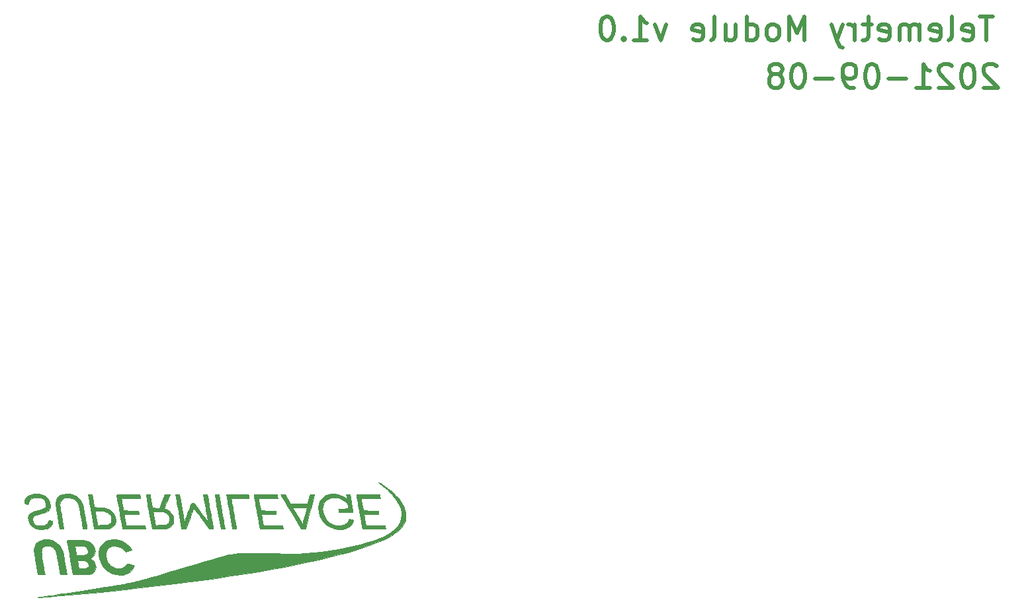
<source format=gbo>
G04 #@! TF.GenerationSoftware,KiCad,Pcbnew,(5.1.9-0-10_14)*
G04 #@! TF.CreationDate,2021-09-09T18:13:48-07:00*
G04 #@! TF.ProjectId,telemetry-pcb,74656c65-6d65-4747-9279-2d7063622e6b,rev?*
G04 #@! TF.SameCoordinates,Original*
G04 #@! TF.FileFunction,Legend,Bot*
G04 #@! TF.FilePolarity,Positive*
%FSLAX46Y46*%
G04 Gerber Fmt 4.6, Leading zero omitted, Abs format (unit mm)*
G04 Created by KiCad (PCBNEW (5.1.9-0-10_14)) date 2021-09-09 18:13:48*
%MOMM*%
%LPD*%
G01*
G04 APERTURE LIST*
%ADD10C,0.500000*%
%ADD11C,0.010000*%
G04 APERTURE END LIST*
D10*
X180458828Y-44934357D02*
X180315971Y-44791500D01*
X180030257Y-44648642D01*
X179315971Y-44648642D01*
X179030257Y-44791500D01*
X178887400Y-44934357D01*
X178744542Y-45220071D01*
X178744542Y-45505785D01*
X178887400Y-45934357D01*
X180601685Y-47648642D01*
X178744542Y-47648642D01*
X176887400Y-44648642D02*
X176601685Y-44648642D01*
X176315971Y-44791500D01*
X176173114Y-44934357D01*
X176030257Y-45220071D01*
X175887400Y-45791500D01*
X175887400Y-46505785D01*
X176030257Y-47077214D01*
X176173114Y-47362928D01*
X176315971Y-47505785D01*
X176601685Y-47648642D01*
X176887400Y-47648642D01*
X177173114Y-47505785D01*
X177315971Y-47362928D01*
X177458828Y-47077214D01*
X177601685Y-46505785D01*
X177601685Y-45791500D01*
X177458828Y-45220071D01*
X177315971Y-44934357D01*
X177173114Y-44791500D01*
X176887400Y-44648642D01*
X174744542Y-44934357D02*
X174601685Y-44791500D01*
X174315971Y-44648642D01*
X173601685Y-44648642D01*
X173315971Y-44791500D01*
X173173114Y-44934357D01*
X173030257Y-45220071D01*
X173030257Y-45505785D01*
X173173114Y-45934357D01*
X174887400Y-47648642D01*
X173030257Y-47648642D01*
X170173114Y-47648642D02*
X171887400Y-47648642D01*
X171030257Y-47648642D02*
X171030257Y-44648642D01*
X171315971Y-45077214D01*
X171601685Y-45362928D01*
X171887400Y-45505785D01*
X168887400Y-46505785D02*
X166601685Y-46505785D01*
X164601685Y-44648642D02*
X164315971Y-44648642D01*
X164030257Y-44791500D01*
X163887400Y-44934357D01*
X163744542Y-45220071D01*
X163601685Y-45791500D01*
X163601685Y-46505785D01*
X163744542Y-47077214D01*
X163887400Y-47362928D01*
X164030257Y-47505785D01*
X164315971Y-47648642D01*
X164601685Y-47648642D01*
X164887400Y-47505785D01*
X165030257Y-47362928D01*
X165173114Y-47077214D01*
X165315971Y-46505785D01*
X165315971Y-45791500D01*
X165173114Y-45220071D01*
X165030257Y-44934357D01*
X164887400Y-44791500D01*
X164601685Y-44648642D01*
X162173114Y-47648642D02*
X161601685Y-47648642D01*
X161315971Y-47505785D01*
X161173114Y-47362928D01*
X160887400Y-46934357D01*
X160744542Y-46362928D01*
X160744542Y-45220071D01*
X160887400Y-44934357D01*
X161030257Y-44791500D01*
X161315971Y-44648642D01*
X161887400Y-44648642D01*
X162173114Y-44791500D01*
X162315971Y-44934357D01*
X162458828Y-45220071D01*
X162458828Y-45934357D01*
X162315971Y-46220071D01*
X162173114Y-46362928D01*
X161887400Y-46505785D01*
X161315971Y-46505785D01*
X161030257Y-46362928D01*
X160887400Y-46220071D01*
X160744542Y-45934357D01*
X159458828Y-46505785D02*
X157173114Y-46505785D01*
X155173114Y-44648642D02*
X154887400Y-44648642D01*
X154601685Y-44791500D01*
X154458828Y-44934357D01*
X154315971Y-45220071D01*
X154173114Y-45791500D01*
X154173114Y-46505785D01*
X154315971Y-47077214D01*
X154458828Y-47362928D01*
X154601685Y-47505785D01*
X154887400Y-47648642D01*
X155173114Y-47648642D01*
X155458828Y-47505785D01*
X155601685Y-47362928D01*
X155744542Y-47077214D01*
X155887400Y-46505785D01*
X155887400Y-45791500D01*
X155744542Y-45220071D01*
X155601685Y-44934357D01*
X155458828Y-44791500D01*
X155173114Y-44648642D01*
X152458828Y-45934357D02*
X152744542Y-45791500D01*
X152887400Y-45648642D01*
X153030257Y-45362928D01*
X153030257Y-45220071D01*
X152887400Y-44934357D01*
X152744542Y-44791500D01*
X152458828Y-44648642D01*
X151887400Y-44648642D01*
X151601685Y-44791500D01*
X151458828Y-44934357D01*
X151315971Y-45220071D01*
X151315971Y-45362928D01*
X151458828Y-45648642D01*
X151601685Y-45791500D01*
X151887400Y-45934357D01*
X152458828Y-45934357D01*
X152744542Y-46077214D01*
X152887400Y-46220071D01*
X153030257Y-46505785D01*
X153030257Y-47077214D01*
X152887400Y-47362928D01*
X152744542Y-47505785D01*
X152458828Y-47648642D01*
X151887400Y-47648642D01*
X151601685Y-47505785D01*
X151458828Y-47362928D01*
X151315971Y-47077214D01*
X151315971Y-46505785D01*
X151458828Y-46220071D01*
X151601685Y-46077214D01*
X151887400Y-45934357D01*
X179997114Y-38552642D02*
X178282828Y-38552642D01*
X179139971Y-41552642D02*
X179139971Y-38552642D01*
X176139971Y-41409785D02*
X176425685Y-41552642D01*
X176997114Y-41552642D01*
X177282828Y-41409785D01*
X177425685Y-41124071D01*
X177425685Y-39981214D01*
X177282828Y-39695500D01*
X176997114Y-39552642D01*
X176425685Y-39552642D01*
X176139971Y-39695500D01*
X175997114Y-39981214D01*
X175997114Y-40266928D01*
X177425685Y-40552642D01*
X174282828Y-41552642D02*
X174568542Y-41409785D01*
X174711400Y-41124071D01*
X174711400Y-38552642D01*
X171997114Y-41409785D02*
X172282828Y-41552642D01*
X172854257Y-41552642D01*
X173139971Y-41409785D01*
X173282828Y-41124071D01*
X173282828Y-39981214D01*
X173139971Y-39695500D01*
X172854257Y-39552642D01*
X172282828Y-39552642D01*
X171997114Y-39695500D01*
X171854257Y-39981214D01*
X171854257Y-40266928D01*
X173282828Y-40552642D01*
X170568542Y-41552642D02*
X170568542Y-39552642D01*
X170568542Y-39838357D02*
X170425685Y-39695500D01*
X170139971Y-39552642D01*
X169711400Y-39552642D01*
X169425685Y-39695500D01*
X169282828Y-39981214D01*
X169282828Y-41552642D01*
X169282828Y-39981214D02*
X169139971Y-39695500D01*
X168854257Y-39552642D01*
X168425685Y-39552642D01*
X168139971Y-39695500D01*
X167997114Y-39981214D01*
X167997114Y-41552642D01*
X165425685Y-41409785D02*
X165711400Y-41552642D01*
X166282828Y-41552642D01*
X166568542Y-41409785D01*
X166711400Y-41124071D01*
X166711400Y-39981214D01*
X166568542Y-39695500D01*
X166282828Y-39552642D01*
X165711400Y-39552642D01*
X165425685Y-39695500D01*
X165282828Y-39981214D01*
X165282828Y-40266928D01*
X166711400Y-40552642D01*
X164425685Y-39552642D02*
X163282828Y-39552642D01*
X163997114Y-38552642D02*
X163997114Y-41124071D01*
X163854257Y-41409785D01*
X163568542Y-41552642D01*
X163282828Y-41552642D01*
X162282828Y-41552642D02*
X162282828Y-39552642D01*
X162282828Y-40124071D02*
X162139971Y-39838357D01*
X161997114Y-39695500D01*
X161711400Y-39552642D01*
X161425685Y-39552642D01*
X160711400Y-39552642D02*
X159997114Y-41552642D01*
X159282828Y-39552642D02*
X159997114Y-41552642D01*
X160282828Y-42266928D01*
X160425685Y-42409785D01*
X160711400Y-42552642D01*
X155854257Y-41552642D02*
X155854257Y-38552642D01*
X154854257Y-40695500D01*
X153854257Y-38552642D01*
X153854257Y-41552642D01*
X151997114Y-41552642D02*
X152282828Y-41409785D01*
X152425685Y-41266928D01*
X152568542Y-40981214D01*
X152568542Y-40124071D01*
X152425685Y-39838357D01*
X152282828Y-39695500D01*
X151997114Y-39552642D01*
X151568542Y-39552642D01*
X151282828Y-39695500D01*
X151139971Y-39838357D01*
X150997114Y-40124071D01*
X150997114Y-40981214D01*
X151139971Y-41266928D01*
X151282828Y-41409785D01*
X151568542Y-41552642D01*
X151997114Y-41552642D01*
X148425685Y-41552642D02*
X148425685Y-38552642D01*
X148425685Y-41409785D02*
X148711400Y-41552642D01*
X149282828Y-41552642D01*
X149568542Y-41409785D01*
X149711400Y-41266928D01*
X149854257Y-40981214D01*
X149854257Y-40124071D01*
X149711400Y-39838357D01*
X149568542Y-39695500D01*
X149282828Y-39552642D01*
X148711400Y-39552642D01*
X148425685Y-39695500D01*
X145711400Y-39552642D02*
X145711400Y-41552642D01*
X146997114Y-39552642D02*
X146997114Y-41124071D01*
X146854257Y-41409785D01*
X146568542Y-41552642D01*
X146139971Y-41552642D01*
X145854257Y-41409785D01*
X145711400Y-41266928D01*
X143854257Y-41552642D02*
X144139971Y-41409785D01*
X144282828Y-41124071D01*
X144282828Y-38552642D01*
X141568542Y-41409785D02*
X141854257Y-41552642D01*
X142425685Y-41552642D01*
X142711400Y-41409785D01*
X142854257Y-41124071D01*
X142854257Y-39981214D01*
X142711400Y-39695500D01*
X142425685Y-39552642D01*
X141854257Y-39552642D01*
X141568542Y-39695500D01*
X141425685Y-39981214D01*
X141425685Y-40266928D01*
X142854257Y-40552642D01*
X138139971Y-39552642D02*
X137425685Y-41552642D01*
X136711400Y-39552642D01*
X133997114Y-41552642D02*
X135711400Y-41552642D01*
X134854257Y-41552642D02*
X134854257Y-38552642D01*
X135139971Y-38981214D01*
X135425685Y-39266928D01*
X135711400Y-39409785D01*
X132711400Y-41266928D02*
X132568542Y-41409785D01*
X132711400Y-41552642D01*
X132854257Y-41409785D01*
X132711400Y-41266928D01*
X132711400Y-41552642D01*
X130711400Y-38552642D02*
X130425685Y-38552642D01*
X130139971Y-38695500D01*
X129997114Y-38838357D01*
X129854257Y-39124071D01*
X129711400Y-39695500D01*
X129711400Y-40409785D01*
X129854257Y-40981214D01*
X129997114Y-41266928D01*
X130139971Y-41409785D01*
X130425685Y-41552642D01*
X130711400Y-41552642D01*
X130997114Y-41409785D01*
X131139971Y-41266928D01*
X131282828Y-40981214D01*
X131425685Y-40409785D01*
X131425685Y-39695500D01*
X131282828Y-39124071D01*
X131139971Y-38838357D01*
X130997114Y-38695500D01*
X130711400Y-38552642D01*
D11*
G36*
X57911041Y-112951156D02*
G01*
X58127149Y-112938583D01*
X58423924Y-112917782D01*
X58802323Y-112888729D01*
X59263301Y-112851396D01*
X59666669Y-112817707D01*
X62694377Y-112549611D01*
X65779856Y-112251633D01*
X68902456Y-111925795D01*
X70023566Y-111802966D01*
X72260960Y-111548368D01*
X74431614Y-111288430D01*
X76534727Y-111023320D01*
X78569496Y-110753206D01*
X80535120Y-110478258D01*
X82430794Y-110198644D01*
X84255717Y-109914534D01*
X86009088Y-109626096D01*
X87690102Y-109333500D01*
X89297958Y-109036914D01*
X90831854Y-108736507D01*
X92290987Y-108432448D01*
X93674555Y-108124907D01*
X94981756Y-107814051D01*
X96211786Y-107500050D01*
X97363844Y-107183074D01*
X98437127Y-106863290D01*
X99430834Y-106540868D01*
X100344160Y-106215977D01*
X101176305Y-105888785D01*
X101926466Y-105559462D01*
X102593840Y-105228177D01*
X103177626Y-104895097D01*
X103349232Y-104786484D01*
X103796505Y-104458871D01*
X104161627Y-104110996D01*
X104444762Y-103742423D01*
X104646070Y-103352715D01*
X104765715Y-102941437D01*
X104803859Y-102508152D01*
X104760663Y-102052425D01*
X104636290Y-101573819D01*
X104591418Y-101447561D01*
X104423312Y-101084546D01*
X104185761Y-100699812D01*
X103887591Y-100303919D01*
X103537628Y-99907429D01*
X103144699Y-99520901D01*
X102717630Y-99154897D01*
X102595299Y-99059190D01*
X102416052Y-98925292D01*
X102227359Y-98790338D01*
X102037421Y-98659396D01*
X101854438Y-98537537D01*
X101686613Y-98429828D01*
X101542146Y-98341340D01*
X101429239Y-98277141D01*
X101356094Y-98242302D01*
X101330911Y-98241890D01*
X101361891Y-98280977D01*
X101417340Y-98331088D01*
X101497071Y-98396881D01*
X101623636Y-98498418D01*
X101776907Y-98619633D01*
X101879781Y-98700167D01*
X102155061Y-98929210D01*
X102452999Y-99201835D01*
X102753840Y-99498144D01*
X103037827Y-99798238D01*
X103285205Y-100082218D01*
X103416350Y-100247858D01*
X103661483Y-100603678D01*
X103880614Y-100979931D01*
X104059420Y-101350264D01*
X104162699Y-101621167D01*
X104263913Y-102057111D01*
X104281762Y-102486221D01*
X104217485Y-102904974D01*
X104072318Y-103309844D01*
X103847500Y-103697306D01*
X103544266Y-104063838D01*
X103193056Y-104382770D01*
X102829138Y-104651552D01*
X102428506Y-104903398D01*
X101985772Y-105140285D01*
X101495547Y-105364189D01*
X100952440Y-105577088D01*
X100351064Y-105780960D01*
X99686029Y-105977781D01*
X98951946Y-106169528D01*
X98143427Y-106358179D01*
X97349733Y-106526529D01*
X96185358Y-106751461D01*
X95082291Y-106938695D01*
X94026667Y-107089487D01*
X93004622Y-107205095D01*
X92002289Y-107286773D01*
X91005805Y-107335780D01*
X90001304Y-107353371D01*
X88974921Y-107340804D01*
X88523233Y-107326434D01*
X88050682Y-107310756D01*
X87553061Y-107297850D01*
X87040053Y-107287714D01*
X86521337Y-107280350D01*
X86006595Y-107275755D01*
X85505507Y-107273931D01*
X85027754Y-107274876D01*
X84583016Y-107278590D01*
X84180976Y-107285073D01*
X83831313Y-107294324D01*
X83543709Y-107306344D01*
X83327844Y-107321131D01*
X83273900Y-107326630D01*
X82988915Y-107359961D01*
X82737109Y-107391767D01*
X82507650Y-107424536D01*
X82289706Y-107460755D01*
X82072445Y-107502914D01*
X81845035Y-107553498D01*
X81596643Y-107614997D01*
X81316438Y-107689897D01*
X80993587Y-107780687D01*
X80617259Y-107889854D01*
X80176621Y-108019886D01*
X79908400Y-108099573D01*
X78824232Y-108421908D01*
X77818356Y-108720548D01*
X76888018Y-108996294D01*
X76030464Y-109249946D01*
X75242940Y-109482306D01*
X74522692Y-109694174D01*
X73866967Y-109886349D01*
X73273011Y-110059634D01*
X72738068Y-110214829D01*
X72259387Y-110352734D01*
X71834212Y-110474150D01*
X71459790Y-110579877D01*
X71133367Y-110670717D01*
X70852188Y-110747469D01*
X70613501Y-110810936D01*
X70414551Y-110861916D01*
X70363064Y-110874684D01*
X69885222Y-110985993D01*
X69325934Y-111105172D01*
X68688010Y-111231745D01*
X67974258Y-111365237D01*
X67187487Y-111505173D01*
X66330506Y-111651075D01*
X65406124Y-111802470D01*
X64417149Y-111958880D01*
X63366391Y-112119831D01*
X62256659Y-112284847D01*
X61090760Y-112453452D01*
X60773733Y-112498533D01*
X60359299Y-112557255D01*
X59942297Y-112616331D01*
X59536513Y-112673807D01*
X59155736Y-112727732D01*
X58813754Y-112776152D01*
X58524355Y-112817115D01*
X58301327Y-112848668D01*
X58254900Y-112855233D01*
X58007070Y-112891493D01*
X57834175Y-112919678D01*
X57737168Y-112939762D01*
X57717007Y-112951720D01*
X57774646Y-112955526D01*
X57911041Y-112951156D01*
G37*
X57911041Y-112951156D02*
X58127149Y-112938583D01*
X58423924Y-112917782D01*
X58802323Y-112888729D01*
X59263301Y-112851396D01*
X59666669Y-112817707D01*
X62694377Y-112549611D01*
X65779856Y-112251633D01*
X68902456Y-111925795D01*
X70023566Y-111802966D01*
X72260960Y-111548368D01*
X74431614Y-111288430D01*
X76534727Y-111023320D01*
X78569496Y-110753206D01*
X80535120Y-110478258D01*
X82430794Y-110198644D01*
X84255717Y-109914534D01*
X86009088Y-109626096D01*
X87690102Y-109333500D01*
X89297958Y-109036914D01*
X90831854Y-108736507D01*
X92290987Y-108432448D01*
X93674555Y-108124907D01*
X94981756Y-107814051D01*
X96211786Y-107500050D01*
X97363844Y-107183074D01*
X98437127Y-106863290D01*
X99430834Y-106540868D01*
X100344160Y-106215977D01*
X101176305Y-105888785D01*
X101926466Y-105559462D01*
X102593840Y-105228177D01*
X103177626Y-104895097D01*
X103349232Y-104786484D01*
X103796505Y-104458871D01*
X104161627Y-104110996D01*
X104444762Y-103742423D01*
X104646070Y-103352715D01*
X104765715Y-102941437D01*
X104803859Y-102508152D01*
X104760663Y-102052425D01*
X104636290Y-101573819D01*
X104591418Y-101447561D01*
X104423312Y-101084546D01*
X104185761Y-100699812D01*
X103887591Y-100303919D01*
X103537628Y-99907429D01*
X103144699Y-99520901D01*
X102717630Y-99154897D01*
X102595299Y-99059190D01*
X102416052Y-98925292D01*
X102227359Y-98790338D01*
X102037421Y-98659396D01*
X101854438Y-98537537D01*
X101686613Y-98429828D01*
X101542146Y-98341340D01*
X101429239Y-98277141D01*
X101356094Y-98242302D01*
X101330911Y-98241890D01*
X101361891Y-98280977D01*
X101417340Y-98331088D01*
X101497071Y-98396881D01*
X101623636Y-98498418D01*
X101776907Y-98619633D01*
X101879781Y-98700167D01*
X102155061Y-98929210D01*
X102452999Y-99201835D01*
X102753840Y-99498144D01*
X103037827Y-99798238D01*
X103285205Y-100082218D01*
X103416350Y-100247858D01*
X103661483Y-100603678D01*
X103880614Y-100979931D01*
X104059420Y-101350264D01*
X104162699Y-101621167D01*
X104263913Y-102057111D01*
X104281762Y-102486221D01*
X104217485Y-102904974D01*
X104072318Y-103309844D01*
X103847500Y-103697306D01*
X103544266Y-104063838D01*
X103193056Y-104382770D01*
X102829138Y-104651552D01*
X102428506Y-104903398D01*
X101985772Y-105140285D01*
X101495547Y-105364189D01*
X100952440Y-105577088D01*
X100351064Y-105780960D01*
X99686029Y-105977781D01*
X98951946Y-106169528D01*
X98143427Y-106358179D01*
X97349733Y-106526529D01*
X96185358Y-106751461D01*
X95082291Y-106938695D01*
X94026667Y-107089487D01*
X93004622Y-107205095D01*
X92002289Y-107286773D01*
X91005805Y-107335780D01*
X90001304Y-107353371D01*
X88974921Y-107340804D01*
X88523233Y-107326434D01*
X88050682Y-107310756D01*
X87553061Y-107297850D01*
X87040053Y-107287714D01*
X86521337Y-107280350D01*
X86006595Y-107275755D01*
X85505507Y-107273931D01*
X85027754Y-107274876D01*
X84583016Y-107278590D01*
X84180976Y-107285073D01*
X83831313Y-107294324D01*
X83543709Y-107306344D01*
X83327844Y-107321131D01*
X83273900Y-107326630D01*
X82988915Y-107359961D01*
X82737109Y-107391767D01*
X82507650Y-107424536D01*
X82289706Y-107460755D01*
X82072445Y-107502914D01*
X81845035Y-107553498D01*
X81596643Y-107614997D01*
X81316438Y-107689897D01*
X80993587Y-107780687D01*
X80617259Y-107889854D01*
X80176621Y-108019886D01*
X79908400Y-108099573D01*
X78824232Y-108421908D01*
X77818356Y-108720548D01*
X76888018Y-108996294D01*
X76030464Y-109249946D01*
X75242940Y-109482306D01*
X74522692Y-109694174D01*
X73866967Y-109886349D01*
X73273011Y-110059634D01*
X72738068Y-110214829D01*
X72259387Y-110352734D01*
X71834212Y-110474150D01*
X71459790Y-110579877D01*
X71133367Y-110670717D01*
X70852188Y-110747469D01*
X70613501Y-110810936D01*
X70414551Y-110861916D01*
X70363064Y-110874684D01*
X69885222Y-110985993D01*
X69325934Y-111105172D01*
X68688010Y-111231745D01*
X67974258Y-111365237D01*
X67187487Y-111505173D01*
X66330506Y-111651075D01*
X65406124Y-111802470D01*
X64417149Y-111958880D01*
X63366391Y-112119831D01*
X62256659Y-112284847D01*
X61090760Y-112453452D01*
X60773733Y-112498533D01*
X60359299Y-112557255D01*
X59942297Y-112616331D01*
X59536513Y-112673807D01*
X59155736Y-112727732D01*
X58813754Y-112776152D01*
X58524355Y-112817115D01*
X58301327Y-112848668D01*
X58254900Y-112855233D01*
X58007070Y-112891493D01*
X57834175Y-112919678D01*
X57737168Y-112939762D01*
X57717007Y-112951720D01*
X57774646Y-112955526D01*
X57911041Y-112951156D01*
G36*
X58674372Y-104194443D02*
G01*
X58888410Y-104136227D01*
X59083230Y-104036864D01*
X59269578Y-103888333D01*
X59424564Y-103713096D01*
X59525299Y-103533615D01*
X59536654Y-103500089D01*
X59580135Y-103332097D01*
X59585459Y-103224197D01*
X59546777Y-103158224D01*
X59458243Y-103116010D01*
X59408483Y-103101946D01*
X59281741Y-103068794D01*
X59182980Y-103042264D01*
X59163279Y-103036753D01*
X59114199Y-103050261D01*
X59071402Y-103129785D01*
X59045082Y-103215870D01*
X58946341Y-103436128D01*
X58783406Y-103602420D01*
X58558073Y-103713823D01*
X58272141Y-103769412D01*
X57964727Y-103770976D01*
X57651431Y-103720451D01*
X57399773Y-103612993D01*
X57207477Y-103447198D01*
X57072269Y-103221662D01*
X57071587Y-103220032D01*
X57009847Y-102988934D01*
X57027301Y-102785120D01*
X57122699Y-102612227D01*
X57294795Y-102473892D01*
X57335123Y-102452286D01*
X57459196Y-102401372D01*
X57639808Y-102341635D01*
X57850564Y-102281296D01*
X58022066Y-102238362D01*
X58405513Y-102136363D01*
X58710849Y-102024434D01*
X58944504Y-101897274D01*
X59112909Y-101749583D01*
X59222492Y-101576060D01*
X59279684Y-101371405D01*
X59292066Y-101191387D01*
X59253377Y-100835084D01*
X59140797Y-100515309D01*
X58959559Y-100238455D01*
X58714896Y-100010918D01*
X58412039Y-99839090D01*
X58104064Y-99739614D01*
X57838794Y-99698391D01*
X57534317Y-99680888D01*
X57230496Y-99687789D01*
X56967193Y-99719776D01*
X56965651Y-99720077D01*
X56671234Y-99810613D01*
X56418732Y-99953182D01*
X56217105Y-100137930D01*
X56075317Y-100355004D01*
X56002327Y-100594553D01*
X55998195Y-100783735D01*
X56016951Y-100867697D01*
X56067435Y-100919878D01*
X56173145Y-100961844D01*
X56201733Y-100970537D01*
X56349700Y-101011131D01*
X56436671Y-101016070D01*
X56482366Y-100975248D01*
X56506507Y-100878563D01*
X56516222Y-100809411D01*
X56585112Y-100586180D01*
X56723425Y-100405124D01*
X56925432Y-100269421D01*
X57185403Y-100182249D01*
X57497611Y-100146788D01*
X57702375Y-100151299D01*
X58041885Y-100201838D01*
X58315680Y-100303315D01*
X58522677Y-100454803D01*
X58661791Y-100655373D01*
X58731941Y-100904098D01*
X58740803Y-101041186D01*
X58728787Y-101210411D01*
X58684910Y-101347456D01*
X58600001Y-101459166D01*
X58464891Y-101552388D01*
X58270408Y-101633969D01*
X58007383Y-101710755D01*
X57768066Y-101767440D01*
X57363699Y-101874818D01*
X57039016Y-102000838D01*
X56790441Y-102148775D01*
X56614398Y-102321907D01*
X56507310Y-102523510D01*
X56465600Y-102756860D01*
X56474776Y-102952329D01*
X56556966Y-103287032D01*
X56711418Y-103583661D01*
X56931390Y-103832969D01*
X57210141Y-104025708D01*
X57283781Y-104061946D01*
X57598942Y-104168744D01*
X57955132Y-104227323D01*
X58323295Y-104236338D01*
X58674372Y-104194443D01*
G37*
X58674372Y-104194443D02*
X58888410Y-104136227D01*
X59083230Y-104036864D01*
X59269578Y-103888333D01*
X59424564Y-103713096D01*
X59525299Y-103533615D01*
X59536654Y-103500089D01*
X59580135Y-103332097D01*
X59585459Y-103224197D01*
X59546777Y-103158224D01*
X59458243Y-103116010D01*
X59408483Y-103101946D01*
X59281741Y-103068794D01*
X59182980Y-103042264D01*
X59163279Y-103036753D01*
X59114199Y-103050261D01*
X59071402Y-103129785D01*
X59045082Y-103215870D01*
X58946341Y-103436128D01*
X58783406Y-103602420D01*
X58558073Y-103713823D01*
X58272141Y-103769412D01*
X57964727Y-103770976D01*
X57651431Y-103720451D01*
X57399773Y-103612993D01*
X57207477Y-103447198D01*
X57072269Y-103221662D01*
X57071587Y-103220032D01*
X57009847Y-102988934D01*
X57027301Y-102785120D01*
X57122699Y-102612227D01*
X57294795Y-102473892D01*
X57335123Y-102452286D01*
X57459196Y-102401372D01*
X57639808Y-102341635D01*
X57850564Y-102281296D01*
X58022066Y-102238362D01*
X58405513Y-102136363D01*
X58710849Y-102024434D01*
X58944504Y-101897274D01*
X59112909Y-101749583D01*
X59222492Y-101576060D01*
X59279684Y-101371405D01*
X59292066Y-101191387D01*
X59253377Y-100835084D01*
X59140797Y-100515309D01*
X58959559Y-100238455D01*
X58714896Y-100010918D01*
X58412039Y-99839090D01*
X58104064Y-99739614D01*
X57838794Y-99698391D01*
X57534317Y-99680888D01*
X57230496Y-99687789D01*
X56967193Y-99719776D01*
X56965651Y-99720077D01*
X56671234Y-99810613D01*
X56418732Y-99953182D01*
X56217105Y-100137930D01*
X56075317Y-100355004D01*
X56002327Y-100594553D01*
X55998195Y-100783735D01*
X56016951Y-100867697D01*
X56067435Y-100919878D01*
X56173145Y-100961844D01*
X56201733Y-100970537D01*
X56349700Y-101011131D01*
X56436671Y-101016070D01*
X56482366Y-100975248D01*
X56506507Y-100878563D01*
X56516222Y-100809411D01*
X56585112Y-100586180D01*
X56723425Y-100405124D01*
X56925432Y-100269421D01*
X57185403Y-100182249D01*
X57497611Y-100146788D01*
X57702375Y-100151299D01*
X58041885Y-100201838D01*
X58315680Y-100303315D01*
X58522677Y-100454803D01*
X58661791Y-100655373D01*
X58731941Y-100904098D01*
X58740803Y-101041186D01*
X58728787Y-101210411D01*
X58684910Y-101347456D01*
X58600001Y-101459166D01*
X58464891Y-101552388D01*
X58270408Y-101633969D01*
X58007383Y-101710755D01*
X57768066Y-101767440D01*
X57363699Y-101874818D01*
X57039016Y-102000838D01*
X56790441Y-102148775D01*
X56614398Y-102321907D01*
X56507310Y-102523510D01*
X56465600Y-102756860D01*
X56474776Y-102952329D01*
X56556966Y-103287032D01*
X56711418Y-103583661D01*
X56931390Y-103832969D01*
X57210141Y-104025708D01*
X57283781Y-104061946D01*
X57598942Y-104168744D01*
X57955132Y-104227323D01*
X58323295Y-104236338D01*
X58674372Y-104194443D01*
G36*
X63885099Y-104157214D02*
G01*
X63960480Y-104141629D01*
X63988679Y-104108824D01*
X63990940Y-104087084D01*
X63982939Y-104005938D01*
X63960626Y-103854267D01*
X63926328Y-103644564D01*
X63882371Y-103389320D01*
X63831082Y-103101026D01*
X63774787Y-102792174D01*
X63715812Y-102475256D01*
X63656483Y-102162762D01*
X63599127Y-101867186D01*
X63546069Y-101601018D01*
X63499637Y-101376750D01*
X63462156Y-101206874D01*
X63435953Y-101103880D01*
X63434538Y-101099300D01*
X63292319Y-100758403D01*
X63094763Y-100444566D01*
X62855201Y-100174219D01*
X62586964Y-99963791D01*
X62452772Y-99889295D01*
X62113586Y-99765292D01*
X61736555Y-99694090D01*
X61351064Y-99678482D01*
X60986499Y-99721261D01*
X60900733Y-99741764D01*
X60595617Y-99860937D01*
X60351177Y-100039060D01*
X60166723Y-100276746D01*
X60072134Y-100481074D01*
X60034100Y-100611865D01*
X60010450Y-100762460D01*
X60001813Y-100941339D01*
X60008819Y-101156985D01*
X60032097Y-101417878D01*
X60072276Y-101732500D01*
X60129985Y-102109332D01*
X60205853Y-102556855D01*
X60240707Y-102753540D01*
X60298604Y-103078418D01*
X60351374Y-103377009D01*
X60397227Y-103638987D01*
X60434373Y-103854028D01*
X60461022Y-104011804D01*
X60475382Y-104101990D01*
X60477400Y-104118790D01*
X60516303Y-104140947D01*
X60619476Y-104156097D01*
X60753373Y-104161167D01*
X60900989Y-104159420D01*
X60981399Y-104149809D01*
X61012053Y-104125784D01*
X61010402Y-104080794D01*
X61007083Y-104065917D01*
X60982400Y-103948131D01*
X60948033Y-103766934D01*
X60906042Y-103534713D01*
X60858487Y-103263853D01*
X60807426Y-102966739D01*
X60754920Y-102655758D01*
X60703027Y-102343296D01*
X60653808Y-102041737D01*
X60609322Y-101763468D01*
X60571628Y-101520875D01*
X60542787Y-101326343D01*
X60524856Y-101192258D01*
X60519733Y-101135020D01*
X60552807Y-100844382D01*
X60648180Y-100596549D01*
X60800080Y-100400274D01*
X61002734Y-100264309D01*
X61122427Y-100221368D01*
X61310899Y-100191825D01*
X61543802Y-100185908D01*
X61790030Y-100201508D01*
X62018473Y-100236514D01*
X62198023Y-100288816D01*
X62213066Y-100295359D01*
X62457733Y-100450989D01*
X62672697Y-100677133D01*
X62846435Y-100961615D01*
X62849476Y-100967954D01*
X62881211Y-101038814D01*
X62911320Y-101117771D01*
X62941364Y-101212258D01*
X62972901Y-101329707D01*
X63007493Y-101477550D01*
X63046698Y-101663217D01*
X63092076Y-101894141D01*
X63145188Y-102177754D01*
X63207593Y-102521488D01*
X63280852Y-102932773D01*
X63366523Y-103419043D01*
X63379752Y-103494417D01*
X63496736Y-104161167D01*
X63743901Y-104161167D01*
X63885099Y-104157214D01*
G37*
X63885099Y-104157214D02*
X63960480Y-104141629D01*
X63988679Y-104108824D01*
X63990940Y-104087084D01*
X63982939Y-104005938D01*
X63960626Y-103854267D01*
X63926328Y-103644564D01*
X63882371Y-103389320D01*
X63831082Y-103101026D01*
X63774787Y-102792174D01*
X63715812Y-102475256D01*
X63656483Y-102162762D01*
X63599127Y-101867186D01*
X63546069Y-101601018D01*
X63499637Y-101376750D01*
X63462156Y-101206874D01*
X63435953Y-101103880D01*
X63434538Y-101099300D01*
X63292319Y-100758403D01*
X63094763Y-100444566D01*
X62855201Y-100174219D01*
X62586964Y-99963791D01*
X62452772Y-99889295D01*
X62113586Y-99765292D01*
X61736555Y-99694090D01*
X61351064Y-99678482D01*
X60986499Y-99721261D01*
X60900733Y-99741764D01*
X60595617Y-99860937D01*
X60351177Y-100039060D01*
X60166723Y-100276746D01*
X60072134Y-100481074D01*
X60034100Y-100611865D01*
X60010450Y-100762460D01*
X60001813Y-100941339D01*
X60008819Y-101156985D01*
X60032097Y-101417878D01*
X60072276Y-101732500D01*
X60129985Y-102109332D01*
X60205853Y-102556855D01*
X60240707Y-102753540D01*
X60298604Y-103078418D01*
X60351374Y-103377009D01*
X60397227Y-103638987D01*
X60434373Y-103854028D01*
X60461022Y-104011804D01*
X60475382Y-104101990D01*
X60477400Y-104118790D01*
X60516303Y-104140947D01*
X60619476Y-104156097D01*
X60753373Y-104161167D01*
X60900989Y-104159420D01*
X60981399Y-104149809D01*
X61012053Y-104125784D01*
X61010402Y-104080794D01*
X61007083Y-104065917D01*
X60982400Y-103948131D01*
X60948033Y-103766934D01*
X60906042Y-103534713D01*
X60858487Y-103263853D01*
X60807426Y-102966739D01*
X60754920Y-102655758D01*
X60703027Y-102343296D01*
X60653808Y-102041737D01*
X60609322Y-101763468D01*
X60571628Y-101520875D01*
X60542787Y-101326343D01*
X60524856Y-101192258D01*
X60519733Y-101135020D01*
X60552807Y-100844382D01*
X60648180Y-100596549D01*
X60800080Y-100400274D01*
X61002734Y-100264309D01*
X61122427Y-100221368D01*
X61310899Y-100191825D01*
X61543802Y-100185908D01*
X61790030Y-100201508D01*
X62018473Y-100236514D01*
X62198023Y-100288816D01*
X62213066Y-100295359D01*
X62457733Y-100450989D01*
X62672697Y-100677133D01*
X62846435Y-100961615D01*
X62849476Y-100967954D01*
X62881211Y-101038814D01*
X62911320Y-101117771D01*
X62941364Y-101212258D01*
X62972901Y-101329707D01*
X63007493Y-101477550D01*
X63046698Y-101663217D01*
X63092076Y-101894141D01*
X63145188Y-102177754D01*
X63207593Y-102521488D01*
X63280852Y-102932773D01*
X63366523Y-103419043D01*
X63379752Y-103494417D01*
X63496736Y-104161167D01*
X63743901Y-104161167D01*
X63885099Y-104157214D01*
G36*
X96614879Y-104228484D02*
G01*
X96994217Y-104156371D01*
X97330084Y-104017034D01*
X97628984Y-103808401D01*
X97686182Y-103756978D01*
X97803632Y-103629850D01*
X97918968Y-103476258D01*
X98018129Y-103318491D01*
X98087057Y-103178838D01*
X98111733Y-103082343D01*
X98074160Y-103048222D01*
X97976257Y-103005280D01*
X97856501Y-102967756D01*
X97601269Y-102899370D01*
X97521982Y-103054019D01*
X97381731Y-103258643D01*
X97187733Y-103449856D01*
X96969586Y-103599360D01*
X96930627Y-103619372D01*
X96721555Y-103689033D01*
X96459685Y-103728623D01*
X96171659Y-103737345D01*
X95884123Y-103714403D01*
X95623722Y-103659003D01*
X95621895Y-103658450D01*
X95242940Y-103501308D01*
X94913361Y-103276921D01*
X94636365Y-102989016D01*
X94415157Y-102641317D01*
X94252942Y-102237548D01*
X94190448Y-101994896D01*
X94145815Y-101620645D01*
X94173121Y-101272925D01*
X94269265Y-100959230D01*
X94431146Y-100687052D01*
X94655664Y-100463886D01*
X94881899Y-100323906D01*
X95031025Y-100260138D01*
X95180663Y-100220361D01*
X95363206Y-100197508D01*
X95499965Y-100189077D01*
X95716990Y-100186553D01*
X95930498Y-100197313D01*
X96102285Y-100219296D01*
X96117220Y-100222360D01*
X96374258Y-100299933D01*
X96646216Y-100418595D01*
X96902357Y-100562623D01*
X97111943Y-100716295D01*
X97149100Y-100750169D01*
X97258474Y-100864068D01*
X97324030Y-100966279D01*
X97364664Y-101093061D01*
X97386701Y-101206032D01*
X97411312Y-101354495D01*
X97428537Y-101472041D01*
X97434400Y-101529385D01*
X97406046Y-101550124D01*
X97316484Y-101564856D01*
X97158956Y-101574103D01*
X96926708Y-101578387D01*
X96793861Y-101578834D01*
X96153322Y-101578834D01*
X96179561Y-101737584D01*
X96197205Y-101862667D01*
X96206050Y-101961117D01*
X96206267Y-101970417D01*
X96212126Y-101994920D01*
X96236307Y-102013361D01*
X96289242Y-102026594D01*
X96381364Y-102035468D01*
X96523105Y-102040835D01*
X96724896Y-102043546D01*
X96997171Y-102044452D01*
X97114238Y-102044500D01*
X98021743Y-102044500D01*
X97998926Y-101906917D01*
X97985204Y-101826881D01*
X97959104Y-101677103D01*
X97923019Y-101471209D01*
X97879338Y-101222827D01*
X97830453Y-100945584D01*
X97800229Y-100774500D01*
X97624348Y-99779667D01*
X97387480Y-99767158D01*
X97150612Y-99754650D01*
X97204615Y-100042021D01*
X97229951Y-100186483D01*
X97245282Y-100293393D01*
X97247436Y-100340483D01*
X97247184Y-100340827D01*
X97210811Y-100323559D01*
X97130408Y-100266864D01*
X97070492Y-100220440D01*
X96816442Y-100049973D01*
X96503755Y-99892308D01*
X96250018Y-99791907D01*
X96037345Y-99737926D01*
X95776487Y-99702735D01*
X95497400Y-99687603D01*
X95230040Y-99693801D01*
X95004361Y-99722600D01*
X94946476Y-99736617D01*
X94566973Y-99882250D01*
X94247873Y-100086283D01*
X93991709Y-100345315D01*
X93801013Y-100655943D01*
X93678318Y-101014766D01*
X93626158Y-101418380D01*
X93624400Y-101512334D01*
X93664284Y-101983040D01*
X93779635Y-102427673D01*
X93964002Y-102839372D01*
X94210932Y-103211278D01*
X94513975Y-103536531D01*
X94866677Y-103808271D01*
X95262588Y-104019639D01*
X95695256Y-104163776D01*
X96158228Y-104233820D01*
X96185566Y-104235448D01*
X96614879Y-104228484D01*
G37*
X96614879Y-104228484D02*
X96994217Y-104156371D01*
X97330084Y-104017034D01*
X97628984Y-103808401D01*
X97686182Y-103756978D01*
X97803632Y-103629850D01*
X97918968Y-103476258D01*
X98018129Y-103318491D01*
X98087057Y-103178838D01*
X98111733Y-103082343D01*
X98074160Y-103048222D01*
X97976257Y-103005280D01*
X97856501Y-102967756D01*
X97601269Y-102899370D01*
X97521982Y-103054019D01*
X97381731Y-103258643D01*
X97187733Y-103449856D01*
X96969586Y-103599360D01*
X96930627Y-103619372D01*
X96721555Y-103689033D01*
X96459685Y-103728623D01*
X96171659Y-103737345D01*
X95884123Y-103714403D01*
X95623722Y-103659003D01*
X95621895Y-103658450D01*
X95242940Y-103501308D01*
X94913361Y-103276921D01*
X94636365Y-102989016D01*
X94415157Y-102641317D01*
X94252942Y-102237548D01*
X94190448Y-101994896D01*
X94145815Y-101620645D01*
X94173121Y-101272925D01*
X94269265Y-100959230D01*
X94431146Y-100687052D01*
X94655664Y-100463886D01*
X94881899Y-100323906D01*
X95031025Y-100260138D01*
X95180663Y-100220361D01*
X95363206Y-100197508D01*
X95499965Y-100189077D01*
X95716990Y-100186553D01*
X95930498Y-100197313D01*
X96102285Y-100219296D01*
X96117220Y-100222360D01*
X96374258Y-100299933D01*
X96646216Y-100418595D01*
X96902357Y-100562623D01*
X97111943Y-100716295D01*
X97149100Y-100750169D01*
X97258474Y-100864068D01*
X97324030Y-100966279D01*
X97364664Y-101093061D01*
X97386701Y-101206032D01*
X97411312Y-101354495D01*
X97428537Y-101472041D01*
X97434400Y-101529385D01*
X97406046Y-101550124D01*
X97316484Y-101564856D01*
X97158956Y-101574103D01*
X96926708Y-101578387D01*
X96793861Y-101578834D01*
X96153322Y-101578834D01*
X96179561Y-101737584D01*
X96197205Y-101862667D01*
X96206050Y-101961117D01*
X96206267Y-101970417D01*
X96212126Y-101994920D01*
X96236307Y-102013361D01*
X96289242Y-102026594D01*
X96381364Y-102035468D01*
X96523105Y-102040835D01*
X96724896Y-102043546D01*
X96997171Y-102044452D01*
X97114238Y-102044500D01*
X98021743Y-102044500D01*
X97998926Y-101906917D01*
X97985204Y-101826881D01*
X97959104Y-101677103D01*
X97923019Y-101471209D01*
X97879338Y-101222827D01*
X97830453Y-100945584D01*
X97800229Y-100774500D01*
X97624348Y-99779667D01*
X97387480Y-99767158D01*
X97150612Y-99754650D01*
X97204615Y-100042021D01*
X97229951Y-100186483D01*
X97245282Y-100293393D01*
X97247436Y-100340483D01*
X97247184Y-100340827D01*
X97210811Y-100323559D01*
X97130408Y-100266864D01*
X97070492Y-100220440D01*
X96816442Y-100049973D01*
X96503755Y-99892308D01*
X96250018Y-99791907D01*
X96037345Y-99737926D01*
X95776487Y-99702735D01*
X95497400Y-99687603D01*
X95230040Y-99693801D01*
X95004361Y-99722600D01*
X94946476Y-99736617D01*
X94566973Y-99882250D01*
X94247873Y-100086283D01*
X93991709Y-100345315D01*
X93801013Y-100655943D01*
X93678318Y-101014766D01*
X93626158Y-101418380D01*
X93624400Y-101512334D01*
X93664284Y-101983040D01*
X93779635Y-102427673D01*
X93964002Y-102839372D01*
X94210932Y-103211278D01*
X94513975Y-103536531D01*
X94866677Y-103808271D01*
X95262588Y-104019639D01*
X95695256Y-104163776D01*
X96158228Y-104233820D01*
X96185566Y-104235448D01*
X96614879Y-104228484D01*
G36*
X66231121Y-104151367D02*
G01*
X66467110Y-104141751D01*
X66646123Y-104127271D01*
X66703022Y-104119336D01*
X67014346Y-104034328D01*
X67273056Y-103897921D01*
X67469610Y-103715824D01*
X67534555Y-103621662D01*
X67594064Y-103510935D01*
X67629212Y-103410235D01*
X67645862Y-103290928D01*
X67649881Y-103124381D01*
X67649496Y-103060500D01*
X67618730Y-102708185D01*
X67529937Y-102406422D01*
X67377507Y-102139274D01*
X67284609Y-102023774D01*
X67096995Y-101835283D01*
X66896613Y-101688548D01*
X66670057Y-101578770D01*
X66403921Y-101501154D01*
X66084796Y-101450902D01*
X65699275Y-101423216D01*
X65595420Y-101419398D01*
X64934940Y-101398698D01*
X64794474Y-100578599D01*
X64654009Y-99758500D01*
X64391908Y-99758500D01*
X64248883Y-99760533D01*
X64172409Y-99771341D01*
X64144386Y-99797988D01*
X64146716Y-99847537D01*
X64147870Y-99853750D01*
X64158592Y-99913228D01*
X64182502Y-100047735D01*
X64218122Y-100248913D01*
X64263978Y-100508405D01*
X64318594Y-100817853D01*
X64380494Y-101168898D01*
X64448202Y-101553183D01*
X64504892Y-101875167D01*
X65023099Y-101875167D01*
X65542165Y-101875167D01*
X65766863Y-101878925D01*
X65982291Y-101889121D01*
X66162294Y-101904144D01*
X66270817Y-101920115D01*
X66563551Y-102020388D01*
X66797714Y-102180882D01*
X66969856Y-102397553D01*
X67076527Y-102666353D01*
X67111873Y-102906225D01*
X67107579Y-103142325D01*
X67057923Y-103319772D01*
X66953991Y-103456332D01*
X66786870Y-103569772D01*
X66776144Y-103575445D01*
X66693715Y-103613710D01*
X66604910Y-103641204D01*
X66492699Y-103660297D01*
X66340048Y-103673358D01*
X66129925Y-103682758D01*
X65970150Y-103687600D01*
X65750978Y-103692638D01*
X65565155Y-103695053D01*
X65427490Y-103694799D01*
X65352794Y-103691831D01*
X65343655Y-103689531D01*
X65335995Y-103645240D01*
X65315731Y-103529866D01*
X65285030Y-103355693D01*
X65246058Y-103135008D01*
X65200982Y-102880095D01*
X65182338Y-102774750D01*
X65023099Y-101875167D01*
X64504892Y-101875167D01*
X64520242Y-101962350D01*
X64534700Y-102044500D01*
X64903466Y-104140000D01*
X65664350Y-104153508D01*
X65957190Y-104155495D01*
X66231121Y-104151367D01*
G37*
X66231121Y-104151367D02*
X66467110Y-104141751D01*
X66646123Y-104127271D01*
X66703022Y-104119336D01*
X67014346Y-104034328D01*
X67273056Y-103897921D01*
X67469610Y-103715824D01*
X67534555Y-103621662D01*
X67594064Y-103510935D01*
X67629212Y-103410235D01*
X67645862Y-103290928D01*
X67649881Y-103124381D01*
X67649496Y-103060500D01*
X67618730Y-102708185D01*
X67529937Y-102406422D01*
X67377507Y-102139274D01*
X67284609Y-102023774D01*
X67096995Y-101835283D01*
X66896613Y-101688548D01*
X66670057Y-101578770D01*
X66403921Y-101501154D01*
X66084796Y-101450902D01*
X65699275Y-101423216D01*
X65595420Y-101419398D01*
X64934940Y-101398698D01*
X64794474Y-100578599D01*
X64654009Y-99758500D01*
X64391908Y-99758500D01*
X64248883Y-99760533D01*
X64172409Y-99771341D01*
X64144386Y-99797988D01*
X64146716Y-99847537D01*
X64147870Y-99853750D01*
X64158592Y-99913228D01*
X64182502Y-100047735D01*
X64218122Y-100248913D01*
X64263978Y-100508405D01*
X64318594Y-100817853D01*
X64380494Y-101168898D01*
X64448202Y-101553183D01*
X64504892Y-101875167D01*
X65023099Y-101875167D01*
X65542165Y-101875167D01*
X65766863Y-101878925D01*
X65982291Y-101889121D01*
X66162294Y-101904144D01*
X66270817Y-101920115D01*
X66563551Y-102020388D01*
X66797714Y-102180882D01*
X66969856Y-102397553D01*
X67076527Y-102666353D01*
X67111873Y-102906225D01*
X67107579Y-103142325D01*
X67057923Y-103319772D01*
X66953991Y-103456332D01*
X66786870Y-103569772D01*
X66776144Y-103575445D01*
X66693715Y-103613710D01*
X66604910Y-103641204D01*
X66492699Y-103660297D01*
X66340048Y-103673358D01*
X66129925Y-103682758D01*
X65970150Y-103687600D01*
X65750978Y-103692638D01*
X65565155Y-103695053D01*
X65427490Y-103694799D01*
X65352794Y-103691831D01*
X65343655Y-103689531D01*
X65335995Y-103645240D01*
X65315731Y-103529866D01*
X65285030Y-103355693D01*
X65246058Y-103135008D01*
X65200982Y-102880095D01*
X65182338Y-102774750D01*
X65023099Y-101875167D01*
X64504892Y-101875167D01*
X64520242Y-101962350D01*
X64534700Y-102044500D01*
X64903466Y-104140000D01*
X65664350Y-104153508D01*
X65957190Y-104155495D01*
X66231121Y-104151367D01*
G36*
X69769706Y-104152671D02*
G01*
X70047816Y-104151141D01*
X71506051Y-104140000D01*
X71435275Y-103695500D01*
X68988013Y-103695500D01*
X68967028Y-103600250D01*
X68951875Y-103522276D01*
X68926281Y-103381089D01*
X68893863Y-103196971D01*
X68859400Y-102997000D01*
X68823824Y-102790643D01*
X68791569Y-102607591D01*
X68766254Y-102468123D01*
X68751771Y-102393750D01*
X68730786Y-102298500D01*
X70642587Y-102298500D01*
X70613433Y-102097417D01*
X70592688Y-101972614D01*
X70573230Y-101884783D01*
X70566007Y-101864584D01*
X70520232Y-101855429D01*
X70402064Y-101847307D01*
X70223776Y-101840622D01*
X69997642Y-101835776D01*
X69735931Y-101833170D01*
X69597734Y-101832834D01*
X69324350Y-101831486D01*
X69081742Y-101827708D01*
X68881874Y-101821900D01*
X68736710Y-101814462D01*
X68658214Y-101805794D01*
X68647705Y-101801084D01*
X68640504Y-101750783D01*
X68620590Y-101631644D01*
X68590461Y-101458118D01*
X68552618Y-101244655D01*
X68521363Y-101070834D01*
X68479148Y-100833328D01*
X68442842Y-100621323D01*
X68415009Y-100450414D01*
X68398212Y-100336198D01*
X68394391Y-100298250D01*
X68399179Y-100276762D01*
X68419976Y-100259866D01*
X68465794Y-100247014D01*
X68545643Y-100237660D01*
X68668533Y-100231256D01*
X68843476Y-100227254D01*
X69079483Y-100225108D01*
X69385565Y-100224270D01*
X69614190Y-100224167D01*
X70834648Y-100224167D01*
X70792445Y-99991334D01*
X70750243Y-99758500D01*
X69255816Y-99758500D01*
X68845568Y-99759093D01*
X68513267Y-99761029D01*
X68252200Y-99764551D01*
X68055654Y-99769899D01*
X67916918Y-99777313D01*
X67829278Y-99787033D01*
X67786022Y-99799301D01*
X67778959Y-99811417D01*
X67789447Y-99862359D01*
X67812928Y-99988625D01*
X67847962Y-100182112D01*
X67893107Y-100434716D01*
X67946924Y-100738334D01*
X68007972Y-101084863D01*
X68074812Y-101466200D01*
X68146002Y-101874240D01*
X68164576Y-101981000D01*
X68236783Y-102393745D01*
X68305404Y-102781156D01*
X68368962Y-103135232D01*
X68425981Y-103447968D01*
X68474985Y-103711362D01*
X68514495Y-103917411D01*
X68543036Y-104058110D01*
X68559131Y-104125457D01*
X68561103Y-104129975D01*
X68608687Y-104137251D01*
X68731022Y-104143318D01*
X68918200Y-104148034D01*
X69160313Y-104151259D01*
X69447451Y-104152852D01*
X69769706Y-104152671D01*
G37*
X69769706Y-104152671D02*
X70047816Y-104151141D01*
X71506051Y-104140000D01*
X71435275Y-103695500D01*
X68988013Y-103695500D01*
X68967028Y-103600250D01*
X68951875Y-103522276D01*
X68926281Y-103381089D01*
X68893863Y-103196971D01*
X68859400Y-102997000D01*
X68823824Y-102790643D01*
X68791569Y-102607591D01*
X68766254Y-102468123D01*
X68751771Y-102393750D01*
X68730786Y-102298500D01*
X70642587Y-102298500D01*
X70613433Y-102097417D01*
X70592688Y-101972614D01*
X70573230Y-101884783D01*
X70566007Y-101864584D01*
X70520232Y-101855429D01*
X70402064Y-101847307D01*
X70223776Y-101840622D01*
X69997642Y-101835776D01*
X69735931Y-101833170D01*
X69597734Y-101832834D01*
X69324350Y-101831486D01*
X69081742Y-101827708D01*
X68881874Y-101821900D01*
X68736710Y-101814462D01*
X68658214Y-101805794D01*
X68647705Y-101801084D01*
X68640504Y-101750783D01*
X68620590Y-101631644D01*
X68590461Y-101458118D01*
X68552618Y-101244655D01*
X68521363Y-101070834D01*
X68479148Y-100833328D01*
X68442842Y-100621323D01*
X68415009Y-100450414D01*
X68398212Y-100336198D01*
X68394391Y-100298250D01*
X68399179Y-100276762D01*
X68419976Y-100259866D01*
X68465794Y-100247014D01*
X68545643Y-100237660D01*
X68668533Y-100231256D01*
X68843476Y-100227254D01*
X69079483Y-100225108D01*
X69385565Y-100224270D01*
X69614190Y-100224167D01*
X70834648Y-100224167D01*
X70792445Y-99991334D01*
X70750243Y-99758500D01*
X69255816Y-99758500D01*
X68845568Y-99759093D01*
X68513267Y-99761029D01*
X68252200Y-99764551D01*
X68055654Y-99769899D01*
X67916918Y-99777313D01*
X67829278Y-99787033D01*
X67786022Y-99799301D01*
X67778959Y-99811417D01*
X67789447Y-99862359D01*
X67812928Y-99988625D01*
X67847962Y-100182112D01*
X67893107Y-100434716D01*
X67946924Y-100738334D01*
X68007972Y-101084863D01*
X68074812Y-101466200D01*
X68146002Y-101874240D01*
X68164576Y-101981000D01*
X68236783Y-102393745D01*
X68305404Y-102781156D01*
X68368962Y-103135232D01*
X68425981Y-103447968D01*
X68474985Y-103711362D01*
X68514495Y-103917411D01*
X68543036Y-104058110D01*
X68559131Y-104125457D01*
X68561103Y-104129975D01*
X68608687Y-104137251D01*
X68731022Y-104143318D01*
X68918200Y-104148034D01*
X69160313Y-104151259D01*
X69447451Y-104152852D01*
X69769706Y-104152671D01*
G36*
X73654836Y-104151027D02*
G01*
X73893089Y-104140654D01*
X74071576Y-104125018D01*
X74116068Y-104118494D01*
X74436068Y-104029978D01*
X74696159Y-103886891D01*
X74892589Y-103693247D01*
X75021608Y-103453059D01*
X75079463Y-103170342D01*
X75082400Y-103084517D01*
X75044778Y-102717949D01*
X74934293Y-102391382D01*
X74754510Y-102109956D01*
X74508998Y-101878814D01*
X74201323Y-101703097D01*
X74094812Y-101661017D01*
X73966776Y-101604990D01*
X73896605Y-101552458D01*
X73888516Y-101527764D01*
X73897156Y-101498476D01*
X73915534Y-101447560D01*
X73947022Y-101366719D01*
X73994989Y-101247651D01*
X74062807Y-101082057D01*
X74153844Y-100861639D01*
X74271472Y-100578095D01*
X74387810Y-100298250D01*
X74612325Y-99758500D01*
X73990673Y-99758500D01*
X73643066Y-100626334D01*
X73295459Y-101494167D01*
X72838792Y-101494167D01*
X72613520Y-101490673D01*
X72464354Y-101479575D01*
X72382996Y-101459954D01*
X72362165Y-101441250D01*
X72349067Y-101384673D01*
X72324393Y-101258380D01*
X72290683Y-101076136D01*
X72250479Y-100851708D01*
X72206323Y-100598860D01*
X72201939Y-100573417D01*
X72061673Y-99758500D01*
X71799907Y-99758500D01*
X71656997Y-99760539D01*
X71580628Y-99771371D01*
X71552694Y-99798076D01*
X71555085Y-99847729D01*
X71556203Y-99853750D01*
X71566926Y-99913228D01*
X71590835Y-100047735D01*
X71626455Y-100248913D01*
X71672312Y-100508405D01*
X71726927Y-100817853D01*
X71788827Y-101168898D01*
X71856535Y-101553183D01*
X71928575Y-101962350D01*
X71929393Y-101967003D01*
X72457733Y-101967003D01*
X72471483Y-101944426D01*
X72520217Y-101929407D01*
X72615161Y-101921221D01*
X72767542Y-101919141D01*
X72988586Y-101922440D01*
X73103316Y-101925222D01*
X73363399Y-101933477D01*
X73556190Y-101944199D01*
X73699062Y-101959661D01*
X73809389Y-101982136D01*
X73904546Y-102013899D01*
X73959019Y-102037195D01*
X74139373Y-102128931D01*
X74263658Y-102223957D01*
X74357722Y-102346971D01*
X74431819Y-102489000D01*
X74508319Y-102717149D01*
X74535377Y-102953902D01*
X74512846Y-103173910D01*
X74440582Y-103351829D01*
X74436816Y-103357474D01*
X74348016Y-103468773D01*
X74244859Y-103551845D01*
X74113597Y-103611006D01*
X73940481Y-103650572D01*
X73711764Y-103674858D01*
X73413697Y-103688178D01*
X73380435Y-103689051D01*
X72757971Y-103704633D01*
X72735231Y-103604817D01*
X72717300Y-103515633D01*
X72689851Y-103366506D01*
X72655638Y-103173682D01*
X72617414Y-102953406D01*
X72577931Y-102721924D01*
X72539941Y-102495482D01*
X72506198Y-102290327D01*
X72479453Y-102122704D01*
X72462460Y-102008858D01*
X72457733Y-101967003D01*
X71929393Y-101967003D01*
X71943033Y-102044500D01*
X72311800Y-104140000D01*
X73072683Y-104153508D01*
X73375230Y-104155517D01*
X73654836Y-104151027D01*
G37*
X73654836Y-104151027D02*
X73893089Y-104140654D01*
X74071576Y-104125018D01*
X74116068Y-104118494D01*
X74436068Y-104029978D01*
X74696159Y-103886891D01*
X74892589Y-103693247D01*
X75021608Y-103453059D01*
X75079463Y-103170342D01*
X75082400Y-103084517D01*
X75044778Y-102717949D01*
X74934293Y-102391382D01*
X74754510Y-102109956D01*
X74508998Y-101878814D01*
X74201323Y-101703097D01*
X74094812Y-101661017D01*
X73966776Y-101604990D01*
X73896605Y-101552458D01*
X73888516Y-101527764D01*
X73897156Y-101498476D01*
X73915534Y-101447560D01*
X73947022Y-101366719D01*
X73994989Y-101247651D01*
X74062807Y-101082057D01*
X74153844Y-100861639D01*
X74271472Y-100578095D01*
X74387810Y-100298250D01*
X74612325Y-99758500D01*
X73990673Y-99758500D01*
X73643066Y-100626334D01*
X73295459Y-101494167D01*
X72838792Y-101494167D01*
X72613520Y-101490673D01*
X72464354Y-101479575D01*
X72382996Y-101459954D01*
X72362165Y-101441250D01*
X72349067Y-101384673D01*
X72324393Y-101258380D01*
X72290683Y-101076136D01*
X72250479Y-100851708D01*
X72206323Y-100598860D01*
X72201939Y-100573417D01*
X72061673Y-99758500D01*
X71799907Y-99758500D01*
X71656997Y-99760539D01*
X71580628Y-99771371D01*
X71552694Y-99798076D01*
X71555085Y-99847729D01*
X71556203Y-99853750D01*
X71566926Y-99913228D01*
X71590835Y-100047735D01*
X71626455Y-100248913D01*
X71672312Y-100508405D01*
X71726927Y-100817853D01*
X71788827Y-101168898D01*
X71856535Y-101553183D01*
X71928575Y-101962350D01*
X71929393Y-101967003D01*
X72457733Y-101967003D01*
X72471483Y-101944426D01*
X72520217Y-101929407D01*
X72615161Y-101921221D01*
X72767542Y-101919141D01*
X72988586Y-101922440D01*
X73103316Y-101925222D01*
X73363399Y-101933477D01*
X73556190Y-101944199D01*
X73699062Y-101959661D01*
X73809389Y-101982136D01*
X73904546Y-102013899D01*
X73959019Y-102037195D01*
X74139373Y-102128931D01*
X74263658Y-102223957D01*
X74357722Y-102346971D01*
X74431819Y-102489000D01*
X74508319Y-102717149D01*
X74535377Y-102953902D01*
X74512846Y-103173910D01*
X74440582Y-103351829D01*
X74436816Y-103357474D01*
X74348016Y-103468773D01*
X74244859Y-103551845D01*
X74113597Y-103611006D01*
X73940481Y-103650572D01*
X73711764Y-103674858D01*
X73413697Y-103688178D01*
X73380435Y-103689051D01*
X72757971Y-103704633D01*
X72735231Y-103604817D01*
X72717300Y-103515633D01*
X72689851Y-103366506D01*
X72655638Y-103173682D01*
X72617414Y-102953406D01*
X72577931Y-102721924D01*
X72539941Y-102495482D01*
X72506198Y-102290327D01*
X72479453Y-102122704D01*
X72462460Y-102008858D01*
X72457733Y-101967003D01*
X71929393Y-101967003D01*
X71943033Y-102044500D01*
X72311800Y-104140000D01*
X73072683Y-104153508D01*
X73375230Y-104155517D01*
X73654836Y-104151027D01*
G36*
X77134901Y-102850570D02*
G01*
X77255830Y-102536997D01*
X77367907Y-102250219D01*
X77467419Y-101999436D01*
X77550656Y-101793848D01*
X77613906Y-101642655D01*
X77653458Y-101555056D01*
X77665018Y-101536500D01*
X77695212Y-101569405D01*
X77769899Y-101663207D01*
X77883490Y-101810534D01*
X78030395Y-102004019D01*
X78205025Y-102236290D01*
X78401791Y-102499978D01*
X78615104Y-102787712D01*
X78660247Y-102848834D01*
X79628906Y-104161167D01*
X80169127Y-104161167D01*
X80145319Y-104044750D01*
X80131958Y-103973576D01*
X80106368Y-103831848D01*
X80070233Y-103629193D01*
X80025237Y-103375241D01*
X79973066Y-103079619D01*
X79915402Y-102751957D01*
X79853932Y-102401881D01*
X79790339Y-102039021D01*
X79726307Y-101673005D01*
X79663521Y-101313461D01*
X79603666Y-100970018D01*
X79548426Y-100652303D01*
X79499484Y-100369945D01*
X79458527Y-100132572D01*
X79427238Y-99949813D01*
X79407301Y-99831295D01*
X79400400Y-99786709D01*
X79361831Y-99772175D01*
X79261135Y-99761991D01*
X79132408Y-99758500D01*
X78864416Y-99758500D01*
X78964032Y-100319417D01*
X79030367Y-100691732D01*
X79098044Y-101069360D01*
X79165252Y-101442401D01*
X79230184Y-101800951D01*
X79291032Y-102135108D01*
X79345986Y-102434970D01*
X79393239Y-102690634D01*
X79430983Y-102892197D01*
X79457408Y-103029757D01*
X79470409Y-103092250D01*
X79480288Y-103166962D01*
X79455675Y-103179201D01*
X79394184Y-103126766D01*
X79293426Y-103007454D01*
X79151015Y-102819062D01*
X79103314Y-102753584D01*
X78977134Y-102580205D01*
X78814617Y-102358234D01*
X78629973Y-102107003D01*
X78437410Y-101845842D01*
X78251137Y-101594085D01*
X78247676Y-101589417D01*
X78069074Y-101349017D01*
X77932661Y-101168181D01*
X77830243Y-101038428D01*
X77753622Y-100951282D01*
X77694605Y-100898261D01*
X77644995Y-100870888D01*
X77596597Y-100860683D01*
X77541835Y-100859167D01*
X77429524Y-100871708D01*
X77362324Y-100903243D01*
X77356663Y-100912084D01*
X77266976Y-101141794D01*
X77165558Y-101404011D01*
X77057474Y-101685389D01*
X76947786Y-101972583D01*
X76841560Y-102252250D01*
X76743857Y-102511044D01*
X76659743Y-102735620D01*
X76594281Y-102912634D01*
X76552535Y-103028740D01*
X76544417Y-103052660D01*
X76501031Y-103170747D01*
X76465065Y-103243221D01*
X76448463Y-103255342D01*
X76437818Y-103219925D01*
X76417424Y-103123751D01*
X76386806Y-102964150D01*
X76345493Y-102738457D01*
X76293011Y-102444000D01*
X76228887Y-102078114D01*
X76152648Y-101638129D01*
X76063821Y-101121377D01*
X75961932Y-100525191D01*
X75901650Y-100171250D01*
X75831423Y-99758500D01*
X75568615Y-99758500D01*
X75425347Y-99760522D01*
X75348649Y-99771277D01*
X75320441Y-99797802D01*
X75322643Y-99847133D01*
X75323870Y-99853750D01*
X75334590Y-99913228D01*
X75358494Y-100047736D01*
X75394105Y-100248916D01*
X75439949Y-100508410D01*
X75494550Y-100817860D01*
X75556433Y-101168908D01*
X75624123Y-101553195D01*
X75696143Y-101962364D01*
X75710594Y-102044500D01*
X76079254Y-104140000D01*
X76355305Y-104152320D01*
X76631355Y-104164639D01*
X77134901Y-102850570D01*
G37*
X77134901Y-102850570D02*
X77255830Y-102536997D01*
X77367907Y-102250219D01*
X77467419Y-101999436D01*
X77550656Y-101793848D01*
X77613906Y-101642655D01*
X77653458Y-101555056D01*
X77665018Y-101536500D01*
X77695212Y-101569405D01*
X77769899Y-101663207D01*
X77883490Y-101810534D01*
X78030395Y-102004019D01*
X78205025Y-102236290D01*
X78401791Y-102499978D01*
X78615104Y-102787712D01*
X78660247Y-102848834D01*
X79628906Y-104161167D01*
X80169127Y-104161167D01*
X80145319Y-104044750D01*
X80131958Y-103973576D01*
X80106368Y-103831848D01*
X80070233Y-103629193D01*
X80025237Y-103375241D01*
X79973066Y-103079619D01*
X79915402Y-102751957D01*
X79853932Y-102401881D01*
X79790339Y-102039021D01*
X79726307Y-101673005D01*
X79663521Y-101313461D01*
X79603666Y-100970018D01*
X79548426Y-100652303D01*
X79499484Y-100369945D01*
X79458527Y-100132572D01*
X79427238Y-99949813D01*
X79407301Y-99831295D01*
X79400400Y-99786709D01*
X79361831Y-99772175D01*
X79261135Y-99761991D01*
X79132408Y-99758500D01*
X78864416Y-99758500D01*
X78964032Y-100319417D01*
X79030367Y-100691732D01*
X79098044Y-101069360D01*
X79165252Y-101442401D01*
X79230184Y-101800951D01*
X79291032Y-102135108D01*
X79345986Y-102434970D01*
X79393239Y-102690634D01*
X79430983Y-102892197D01*
X79457408Y-103029757D01*
X79470409Y-103092250D01*
X79480288Y-103166962D01*
X79455675Y-103179201D01*
X79394184Y-103126766D01*
X79293426Y-103007454D01*
X79151015Y-102819062D01*
X79103314Y-102753584D01*
X78977134Y-102580205D01*
X78814617Y-102358234D01*
X78629973Y-102107003D01*
X78437410Y-101845842D01*
X78251137Y-101594085D01*
X78247676Y-101589417D01*
X78069074Y-101349017D01*
X77932661Y-101168181D01*
X77830243Y-101038428D01*
X77753622Y-100951282D01*
X77694605Y-100898261D01*
X77644995Y-100870888D01*
X77596597Y-100860683D01*
X77541835Y-100859167D01*
X77429524Y-100871708D01*
X77362324Y-100903243D01*
X77356663Y-100912084D01*
X77266976Y-101141794D01*
X77165558Y-101404011D01*
X77057474Y-101685389D01*
X76947786Y-101972583D01*
X76841560Y-102252250D01*
X76743857Y-102511044D01*
X76659743Y-102735620D01*
X76594281Y-102912634D01*
X76552535Y-103028740D01*
X76544417Y-103052660D01*
X76501031Y-103170747D01*
X76465065Y-103243221D01*
X76448463Y-103255342D01*
X76437818Y-103219925D01*
X76417424Y-103123751D01*
X76386806Y-102964150D01*
X76345493Y-102738457D01*
X76293011Y-102444000D01*
X76228887Y-102078114D01*
X76152648Y-101638129D01*
X76063821Y-101121377D01*
X75961932Y-100525191D01*
X75901650Y-100171250D01*
X75831423Y-99758500D01*
X75568615Y-99758500D01*
X75425347Y-99760522D01*
X75348649Y-99771277D01*
X75320441Y-99797802D01*
X75322643Y-99847133D01*
X75323870Y-99853750D01*
X75334590Y-99913228D01*
X75358494Y-100047736D01*
X75394105Y-100248916D01*
X75439949Y-100508410D01*
X75494550Y-100817860D01*
X75556433Y-101168908D01*
X75624123Y-101553195D01*
X75696143Y-101962364D01*
X75710594Y-102044500D01*
X76079254Y-104140000D01*
X76355305Y-104152320D01*
X76631355Y-104164639D01*
X77134901Y-102850570D01*
G36*
X81606217Y-104150344D02*
G01*
X81633531Y-104127634D01*
X81629142Y-104089195D01*
X81617764Y-104033639D01*
X81593376Y-103902859D01*
X81557440Y-103705053D01*
X81511418Y-103448417D01*
X81456772Y-103141150D01*
X81394963Y-102791448D01*
X81327454Y-102407508D01*
X81255706Y-101997528D01*
X81236201Y-101885750D01*
X80865229Y-99758500D01*
X80604352Y-99758500D01*
X80461748Y-99760553D01*
X80385661Y-99771453D01*
X80357959Y-99798312D01*
X80360511Y-99848243D01*
X80361537Y-99853750D01*
X80372257Y-99913229D01*
X80396160Y-100047737D01*
X80431770Y-100248917D01*
X80477613Y-100508411D01*
X80532212Y-100817861D01*
X80594093Y-101168909D01*
X80661780Y-101553196D01*
X80733798Y-101962366D01*
X80748248Y-102044500D01*
X81116896Y-104140000D01*
X81384004Y-104152695D01*
X81528745Y-104157221D01*
X81606217Y-104150344D01*
G37*
X81606217Y-104150344D02*
X81633531Y-104127634D01*
X81629142Y-104089195D01*
X81617764Y-104033639D01*
X81593376Y-103902859D01*
X81557440Y-103705053D01*
X81511418Y-103448417D01*
X81456772Y-103141150D01*
X81394963Y-102791448D01*
X81327454Y-102407508D01*
X81255706Y-101997528D01*
X81236201Y-101885750D01*
X80865229Y-99758500D01*
X80604352Y-99758500D01*
X80461748Y-99760553D01*
X80385661Y-99771453D01*
X80357959Y-99798312D01*
X80360511Y-99848243D01*
X80361537Y-99853750D01*
X80372257Y-99913229D01*
X80396160Y-100047737D01*
X80431770Y-100248917D01*
X80477613Y-100508411D01*
X80532212Y-100817861D01*
X80594093Y-101168909D01*
X80661780Y-101553196D01*
X80733798Y-101962366D01*
X80748248Y-102044500D01*
X81116896Y-104140000D01*
X81384004Y-104152695D01*
X81528745Y-104157221D01*
X81606217Y-104150344D01*
G36*
X83084279Y-104151923D02*
G01*
X83112227Y-104128630D01*
X83108846Y-104081785D01*
X83105721Y-104067972D01*
X83091232Y-103995415D01*
X83064804Y-103852675D01*
X83028236Y-103650106D01*
X82983326Y-103398062D01*
X82931874Y-103106900D01*
X82875679Y-102786973D01*
X82816539Y-102448637D01*
X82756254Y-102102245D01*
X82696623Y-101758153D01*
X82639443Y-101426717D01*
X82586516Y-101118289D01*
X82539639Y-100843226D01*
X82500611Y-100611882D01*
X82471232Y-100434612D01*
X82453300Y-100321771D01*
X82448400Y-100284466D01*
X82459753Y-100266170D01*
X82499628Y-100251873D01*
X82576744Y-100241113D01*
X82699823Y-100233432D01*
X82877586Y-100228371D01*
X83118752Y-100225471D01*
X83432043Y-100224273D01*
X83593993Y-100224167D01*
X84739587Y-100224167D01*
X84710433Y-100023084D01*
X84689688Y-99898280D01*
X84670230Y-99810450D01*
X84663007Y-99790250D01*
X84617837Y-99782676D01*
X84497993Y-99775748D01*
X84313465Y-99769689D01*
X84074247Y-99764722D01*
X83790328Y-99761069D01*
X83471701Y-99758950D01*
X83234938Y-99758500D01*
X81825140Y-99758500D01*
X81843203Y-99853750D01*
X81853923Y-99913229D01*
X81877826Y-100047737D01*
X81913437Y-100248917D01*
X81959279Y-100508411D01*
X82013879Y-100817861D01*
X82075760Y-101168909D01*
X82143447Y-101553196D01*
X82215464Y-101962366D01*
X82229915Y-102044500D01*
X82598563Y-104140000D01*
X82863470Y-104152638D01*
X83007270Y-104157860D01*
X83084279Y-104151923D01*
G37*
X83084279Y-104151923D02*
X83112227Y-104128630D01*
X83108846Y-104081785D01*
X83105721Y-104067972D01*
X83091232Y-103995415D01*
X83064804Y-103852675D01*
X83028236Y-103650106D01*
X82983326Y-103398062D01*
X82931874Y-103106900D01*
X82875679Y-102786973D01*
X82816539Y-102448637D01*
X82756254Y-102102245D01*
X82696623Y-101758153D01*
X82639443Y-101426717D01*
X82586516Y-101118289D01*
X82539639Y-100843226D01*
X82500611Y-100611882D01*
X82471232Y-100434612D01*
X82453300Y-100321771D01*
X82448400Y-100284466D01*
X82459753Y-100266170D01*
X82499628Y-100251873D01*
X82576744Y-100241113D01*
X82699823Y-100233432D01*
X82877586Y-100228371D01*
X83118752Y-100225471D01*
X83432043Y-100224273D01*
X83593993Y-100224167D01*
X84739587Y-100224167D01*
X84710433Y-100023084D01*
X84689688Y-99898280D01*
X84670230Y-99810450D01*
X84663007Y-99790250D01*
X84617837Y-99782676D01*
X84497993Y-99775748D01*
X84313465Y-99769689D01*
X84074247Y-99764722D01*
X83790328Y-99761069D01*
X83471701Y-99758950D01*
X83234938Y-99758500D01*
X81825140Y-99758500D01*
X81843203Y-99853750D01*
X81853923Y-99913229D01*
X81877826Y-100047737D01*
X81913437Y-100248917D01*
X81959279Y-100508411D01*
X82013879Y-100817861D01*
X82075760Y-101168909D01*
X82143447Y-101553196D01*
X82215464Y-101962366D01*
X82229915Y-102044500D01*
X82598563Y-104140000D01*
X82863470Y-104152638D01*
X83007270Y-104157860D01*
X83084279Y-104151923D01*
G36*
X87338040Y-104152671D02*
G01*
X87616149Y-104151141D01*
X89074384Y-104140000D01*
X89003608Y-103695500D01*
X86556346Y-103695500D01*
X86535361Y-103600250D01*
X86520208Y-103522276D01*
X86494614Y-103381089D01*
X86462196Y-103196971D01*
X86427733Y-102997000D01*
X86392157Y-102790643D01*
X86359902Y-102607591D01*
X86334588Y-102468123D01*
X86320104Y-102393750D01*
X86299120Y-102298500D01*
X88210921Y-102298500D01*
X88181766Y-102097417D01*
X88161021Y-101972614D01*
X88141563Y-101884783D01*
X88134341Y-101864584D01*
X88088565Y-101855429D01*
X87970397Y-101847307D01*
X87792110Y-101840622D01*
X87565975Y-101835776D01*
X87304265Y-101833170D01*
X87166068Y-101832834D01*
X86892684Y-101831486D01*
X86650075Y-101827708D01*
X86450207Y-101821900D01*
X86305043Y-101814462D01*
X86226547Y-101805794D01*
X86216038Y-101801084D01*
X86208838Y-101750783D01*
X86188923Y-101631644D01*
X86158794Y-101458118D01*
X86120951Y-101244655D01*
X86089696Y-101070834D01*
X86047481Y-100833328D01*
X86011176Y-100621323D01*
X85983343Y-100450414D01*
X85966545Y-100336198D01*
X85962724Y-100298250D01*
X85967512Y-100276762D01*
X85988310Y-100259866D01*
X86034127Y-100247014D01*
X86113976Y-100237660D01*
X86236866Y-100231256D01*
X86411810Y-100227254D01*
X86647816Y-100225108D01*
X86953898Y-100224270D01*
X87182524Y-100224167D01*
X88402981Y-100224167D01*
X88360779Y-99991334D01*
X88318576Y-99758500D01*
X86824150Y-99758500D01*
X86413902Y-99759093D01*
X86081600Y-99761029D01*
X85820533Y-99764551D01*
X85623988Y-99769899D01*
X85485251Y-99777313D01*
X85397611Y-99787033D01*
X85354355Y-99799301D01*
X85347292Y-99811417D01*
X85357781Y-99862359D01*
X85381262Y-99988625D01*
X85416295Y-100182112D01*
X85461440Y-100434716D01*
X85515257Y-100738334D01*
X85576306Y-101084863D01*
X85643145Y-101466200D01*
X85714336Y-101874240D01*
X85732910Y-101981000D01*
X85805116Y-102393745D01*
X85873737Y-102781156D01*
X85937296Y-103135232D01*
X85994315Y-103447968D01*
X86043318Y-103711362D01*
X86082828Y-103917411D01*
X86111370Y-104058110D01*
X86127464Y-104125457D01*
X86129437Y-104129975D01*
X86177021Y-104137251D01*
X86299356Y-104143318D01*
X86486534Y-104148034D01*
X86728646Y-104151259D01*
X87015784Y-104152852D01*
X87338040Y-104152671D01*
G37*
X87338040Y-104152671D02*
X87616149Y-104151141D01*
X89074384Y-104140000D01*
X89003608Y-103695500D01*
X86556346Y-103695500D01*
X86535361Y-103600250D01*
X86520208Y-103522276D01*
X86494614Y-103381089D01*
X86462196Y-103196971D01*
X86427733Y-102997000D01*
X86392157Y-102790643D01*
X86359902Y-102607591D01*
X86334588Y-102468123D01*
X86320104Y-102393750D01*
X86299120Y-102298500D01*
X88210921Y-102298500D01*
X88181766Y-102097417D01*
X88161021Y-101972614D01*
X88141563Y-101884783D01*
X88134341Y-101864584D01*
X88088565Y-101855429D01*
X87970397Y-101847307D01*
X87792110Y-101840622D01*
X87565975Y-101835776D01*
X87304265Y-101833170D01*
X87166068Y-101832834D01*
X86892684Y-101831486D01*
X86650075Y-101827708D01*
X86450207Y-101821900D01*
X86305043Y-101814462D01*
X86226547Y-101805794D01*
X86216038Y-101801084D01*
X86208838Y-101750783D01*
X86188923Y-101631644D01*
X86158794Y-101458118D01*
X86120951Y-101244655D01*
X86089696Y-101070834D01*
X86047481Y-100833328D01*
X86011176Y-100621323D01*
X85983343Y-100450414D01*
X85966545Y-100336198D01*
X85962724Y-100298250D01*
X85967512Y-100276762D01*
X85988310Y-100259866D01*
X86034127Y-100247014D01*
X86113976Y-100237660D01*
X86236866Y-100231256D01*
X86411810Y-100227254D01*
X86647816Y-100225108D01*
X86953898Y-100224270D01*
X87182524Y-100224167D01*
X88402981Y-100224167D01*
X88360779Y-99991334D01*
X88318576Y-99758500D01*
X86824150Y-99758500D01*
X86413902Y-99759093D01*
X86081600Y-99761029D01*
X85820533Y-99764551D01*
X85623988Y-99769899D01*
X85485251Y-99777313D01*
X85397611Y-99787033D01*
X85354355Y-99799301D01*
X85347292Y-99811417D01*
X85357781Y-99862359D01*
X85381262Y-99988625D01*
X85416295Y-100182112D01*
X85461440Y-100434716D01*
X85515257Y-100738334D01*
X85576306Y-101084863D01*
X85643145Y-101466200D01*
X85714336Y-101874240D01*
X85732910Y-101981000D01*
X85805116Y-102393745D01*
X85873737Y-102781156D01*
X85937296Y-103135232D01*
X85994315Y-103447968D01*
X86043318Y-103711362D01*
X86082828Y-103917411D01*
X86111370Y-104058110D01*
X86127464Y-104125457D01*
X86129437Y-104129975D01*
X86177021Y-104137251D01*
X86299356Y-104143318D01*
X86486534Y-104148034D01*
X86728646Y-104151259D01*
X87015784Y-104152852D01*
X87338040Y-104152671D01*
G36*
X92530290Y-101981000D02*
G01*
X92633369Y-101567278D01*
X92730073Y-101178390D01*
X92818493Y-100822069D01*
X92896717Y-100506049D01*
X92962836Y-100238063D01*
X93014941Y-100025844D01*
X93051121Y-99877124D01*
X93069466Y-99799637D01*
X93071388Y-99790250D01*
X93034221Y-99774075D01*
X92934379Y-99762639D01*
X92799706Y-99758500D01*
X92651272Y-99760602D01*
X92566157Y-99772361D01*
X92523024Y-99801956D01*
X92500540Y-99857566D01*
X92496041Y-99874917D01*
X92474495Y-99963004D01*
X92438900Y-100111155D01*
X92394607Y-100297020D01*
X92356705Y-100457000D01*
X92246674Y-100922667D01*
X90012294Y-100922667D01*
X89327566Y-99760105D01*
X89062983Y-99759303D01*
X88926165Y-99763507D01*
X88831065Y-99775267D01*
X88799744Y-99790250D01*
X88821248Y-99831267D01*
X88882726Y-99938343D01*
X88980371Y-100105071D01*
X89110373Y-100325042D01*
X89268927Y-100591848D01*
X89452223Y-100899080D01*
X89656454Y-101240331D01*
X89779332Y-101445090D01*
X90329455Y-101445090D01*
X90365467Y-101434639D01*
X90474153Y-101425401D01*
X90643522Y-101417854D01*
X90861585Y-101412476D01*
X91116352Y-101409745D01*
X91222521Y-101409500D01*
X92129698Y-101409500D01*
X91871632Y-102467361D01*
X91800970Y-102752830D01*
X91735563Y-103009147D01*
X91678351Y-103225426D01*
X91632270Y-103390784D01*
X91600258Y-103494335D01*
X91585991Y-103525695D01*
X91560148Y-103491214D01*
X91497875Y-103394996D01*
X91405885Y-103248156D01*
X91290890Y-103061807D01*
X91159602Y-102847063D01*
X91018733Y-102615039D01*
X90874995Y-102376848D01*
X90735101Y-102143605D01*
X90605762Y-101926424D01*
X90493690Y-101736418D01*
X90405598Y-101584703D01*
X90348198Y-101482391D01*
X90329455Y-101445090D01*
X89779332Y-101445090D01*
X89877812Y-101609193D01*
X90101494Y-101981000D01*
X91401900Y-104140000D01*
X91991870Y-104140000D01*
X92530290Y-101981000D01*
G37*
X92530290Y-101981000D02*
X92633369Y-101567278D01*
X92730073Y-101178390D01*
X92818493Y-100822069D01*
X92896717Y-100506049D01*
X92962836Y-100238063D01*
X93014941Y-100025844D01*
X93051121Y-99877124D01*
X93069466Y-99799637D01*
X93071388Y-99790250D01*
X93034221Y-99774075D01*
X92934379Y-99762639D01*
X92799706Y-99758500D01*
X92651272Y-99760602D01*
X92566157Y-99772361D01*
X92523024Y-99801956D01*
X92500540Y-99857566D01*
X92496041Y-99874917D01*
X92474495Y-99963004D01*
X92438900Y-100111155D01*
X92394607Y-100297020D01*
X92356705Y-100457000D01*
X92246674Y-100922667D01*
X90012294Y-100922667D01*
X89327566Y-99760105D01*
X89062983Y-99759303D01*
X88926165Y-99763507D01*
X88831065Y-99775267D01*
X88799744Y-99790250D01*
X88821248Y-99831267D01*
X88882726Y-99938343D01*
X88980371Y-100105071D01*
X89110373Y-100325042D01*
X89268927Y-100591848D01*
X89452223Y-100899080D01*
X89656454Y-101240331D01*
X89779332Y-101445090D01*
X90329455Y-101445090D01*
X90365467Y-101434639D01*
X90474153Y-101425401D01*
X90643522Y-101417854D01*
X90861585Y-101412476D01*
X91116352Y-101409745D01*
X91222521Y-101409500D01*
X92129698Y-101409500D01*
X91871632Y-102467361D01*
X91800970Y-102752830D01*
X91735563Y-103009147D01*
X91678351Y-103225426D01*
X91632270Y-103390784D01*
X91600258Y-103494335D01*
X91585991Y-103525695D01*
X91560148Y-103491214D01*
X91497875Y-103394996D01*
X91405885Y-103248156D01*
X91290890Y-103061807D01*
X91159602Y-102847063D01*
X91018733Y-102615039D01*
X90874995Y-102376848D01*
X90735101Y-102143605D01*
X90605762Y-101926424D01*
X90493690Y-101736418D01*
X90405598Y-101584703D01*
X90348198Y-101482391D01*
X90329455Y-101445090D01*
X89779332Y-101445090D01*
X89877812Y-101609193D01*
X90101494Y-101981000D01*
X91401900Y-104140000D01*
X91991870Y-104140000D01*
X92530290Y-101981000D01*
G36*
X100461373Y-104152671D02*
G01*
X100739483Y-104151141D01*
X102197717Y-104140000D01*
X102162330Y-103917750D01*
X102126942Y-103695500D01*
X99679679Y-103695500D01*
X99658695Y-103600250D01*
X99643542Y-103522276D01*
X99617947Y-103381089D01*
X99585530Y-103196971D01*
X99551066Y-102997000D01*
X99515490Y-102790643D01*
X99483236Y-102607591D01*
X99457921Y-102468123D01*
X99443438Y-102393750D01*
X99422453Y-102298500D01*
X101334254Y-102298500D01*
X101305100Y-102097417D01*
X101284354Y-101972614D01*
X101264896Y-101884783D01*
X101257674Y-101864584D01*
X101211898Y-101855429D01*
X101093731Y-101847307D01*
X100915443Y-101840622D01*
X100689308Y-101835776D01*
X100427598Y-101833170D01*
X100289401Y-101832834D01*
X100016017Y-101831486D01*
X99773409Y-101827708D01*
X99573540Y-101821900D01*
X99428376Y-101814462D01*
X99349881Y-101805794D01*
X99339371Y-101801084D01*
X99332171Y-101750783D01*
X99312256Y-101631644D01*
X99282128Y-101458118D01*
X99244285Y-101244655D01*
X99213030Y-101070834D01*
X99170815Y-100833328D01*
X99134509Y-100621323D01*
X99106676Y-100450414D01*
X99089878Y-100336198D01*
X99086058Y-100298250D01*
X99090846Y-100276762D01*
X99111643Y-100259866D01*
X99157461Y-100247014D01*
X99237309Y-100237660D01*
X99360200Y-100231256D01*
X99535143Y-100227254D01*
X99771150Y-100225108D01*
X100077231Y-100224270D01*
X100305857Y-100224167D01*
X101526314Y-100224167D01*
X101484112Y-99991334D01*
X101441909Y-99758500D01*
X99947483Y-99758500D01*
X99537235Y-99759093D01*
X99204934Y-99761029D01*
X98943866Y-99764551D01*
X98747321Y-99769899D01*
X98608585Y-99777313D01*
X98520945Y-99787033D01*
X98477689Y-99799301D01*
X98470625Y-99811417D01*
X98481114Y-99862359D01*
X98504595Y-99988625D01*
X98539628Y-100182112D01*
X98584774Y-100434716D01*
X98638591Y-100738334D01*
X98699639Y-101084863D01*
X98766479Y-101466200D01*
X98837669Y-101874240D01*
X98856243Y-101981000D01*
X98928450Y-102393745D01*
X98997070Y-102781156D01*
X99060629Y-103135232D01*
X99117648Y-103447968D01*
X99166651Y-103711362D01*
X99206162Y-103917411D01*
X99234703Y-104058110D01*
X99250798Y-104125457D01*
X99252770Y-104129975D01*
X99300354Y-104137251D01*
X99422689Y-104143318D01*
X99609867Y-104148034D01*
X99851979Y-104151259D01*
X100139118Y-104152852D01*
X100461373Y-104152671D01*
G37*
X100461373Y-104152671D02*
X100739483Y-104151141D01*
X102197717Y-104140000D01*
X102162330Y-103917750D01*
X102126942Y-103695500D01*
X99679679Y-103695500D01*
X99658695Y-103600250D01*
X99643542Y-103522276D01*
X99617947Y-103381089D01*
X99585530Y-103196971D01*
X99551066Y-102997000D01*
X99515490Y-102790643D01*
X99483236Y-102607591D01*
X99457921Y-102468123D01*
X99443438Y-102393750D01*
X99422453Y-102298500D01*
X101334254Y-102298500D01*
X101305100Y-102097417D01*
X101284354Y-101972614D01*
X101264896Y-101884783D01*
X101257674Y-101864584D01*
X101211898Y-101855429D01*
X101093731Y-101847307D01*
X100915443Y-101840622D01*
X100689308Y-101835776D01*
X100427598Y-101833170D01*
X100289401Y-101832834D01*
X100016017Y-101831486D01*
X99773409Y-101827708D01*
X99573540Y-101821900D01*
X99428376Y-101814462D01*
X99349881Y-101805794D01*
X99339371Y-101801084D01*
X99332171Y-101750783D01*
X99312256Y-101631644D01*
X99282128Y-101458118D01*
X99244285Y-101244655D01*
X99213030Y-101070834D01*
X99170815Y-100833328D01*
X99134509Y-100621323D01*
X99106676Y-100450414D01*
X99089878Y-100336198D01*
X99086058Y-100298250D01*
X99090846Y-100276762D01*
X99111643Y-100259866D01*
X99157461Y-100247014D01*
X99237309Y-100237660D01*
X99360200Y-100231256D01*
X99535143Y-100227254D01*
X99771150Y-100225108D01*
X100077231Y-100224270D01*
X100305857Y-100224167D01*
X101526314Y-100224167D01*
X101484112Y-99991334D01*
X101441909Y-99758500D01*
X99947483Y-99758500D01*
X99537235Y-99759093D01*
X99204934Y-99761029D01*
X98943866Y-99764551D01*
X98747321Y-99769899D01*
X98608585Y-99777313D01*
X98520945Y-99787033D01*
X98477689Y-99799301D01*
X98470625Y-99811417D01*
X98481114Y-99862359D01*
X98504595Y-99988625D01*
X98539628Y-100182112D01*
X98584774Y-100434716D01*
X98638591Y-100738334D01*
X98699639Y-101084863D01*
X98766479Y-101466200D01*
X98837669Y-101874240D01*
X98856243Y-101981000D01*
X98928450Y-102393745D01*
X98997070Y-102781156D01*
X99060629Y-103135232D01*
X99117648Y-103447968D01*
X99166651Y-103711362D01*
X99206162Y-103917411D01*
X99234703Y-104058110D01*
X99250798Y-104125457D01*
X99252770Y-104129975D01*
X99300354Y-104137251D01*
X99422689Y-104143318D01*
X99609867Y-104148034D01*
X99851979Y-104151259D01*
X100139118Y-104152852D01*
X100461373Y-104152671D01*
G36*
X58570322Y-109823250D02*
G01*
X58461579Y-109233502D01*
X58369809Y-108720737D01*
X58294871Y-108279021D01*
X58236626Y-107902418D01*
X58194935Y-107584993D01*
X58169658Y-107320810D01*
X58160656Y-107103935D01*
X58167789Y-106928430D01*
X58190918Y-106788362D01*
X58229904Y-106677795D01*
X58284606Y-106590792D01*
X58354885Y-106521420D01*
X58440603Y-106463742D01*
X58490742Y-106436650D01*
X58649120Y-106386929D01*
X58856429Y-106363522D01*
X59081179Y-106366269D01*
X59291879Y-106395010D01*
X59440233Y-106441480D01*
X59639813Y-106572071D01*
X59820578Y-106764158D01*
X59962385Y-106994580D01*
X60001806Y-107087212D01*
X60030290Y-107185347D01*
X60070443Y-107354653D01*
X60119727Y-107582836D01*
X60175603Y-107857599D01*
X60235531Y-108166649D01*
X60296974Y-108497690D01*
X60323236Y-108643789D01*
X60381364Y-108968085D01*
X60435352Y-109264802D01*
X60483306Y-109523882D01*
X60523334Y-109735271D01*
X60553543Y-109888911D01*
X60572040Y-109974749D01*
X60576535Y-109989414D01*
X60623301Y-109995388D01*
X60735732Y-109997936D01*
X60894889Y-109996852D01*
X61013670Y-109994126D01*
X61433969Y-109982000D01*
X61193420Y-108621657D01*
X61122016Y-108219234D01*
X61062560Y-107890008D01*
X61012481Y-107623760D01*
X60969212Y-107410273D01*
X60930181Y-107239330D01*
X60892821Y-107100715D01*
X60854560Y-106984208D01*
X60812830Y-106879595D01*
X60765062Y-106776657D01*
X60708685Y-106665176D01*
X60694512Y-106637795D01*
X60467356Y-106287188D01*
X60184236Y-105997372D01*
X59851988Y-105772353D01*
X59477445Y-105616134D01*
X59067445Y-105532720D01*
X58785755Y-105519434D01*
X58591296Y-105528762D01*
X58395600Y-105549614D01*
X58249968Y-105575599D01*
X58023680Y-105652691D01*
X57802188Y-105766192D01*
X57619230Y-105897746D01*
X57569429Y-105945847D01*
X57443065Y-106125723D01*
X57336910Y-106362023D01*
X57261423Y-106627064D01*
X57229898Y-106844402D01*
X57225406Y-106943951D01*
X57227434Y-107055768D01*
X57237285Y-107189873D01*
X57256261Y-107356285D01*
X57285664Y-107565026D01*
X57326797Y-107826115D01*
X57380963Y-108149574D01*
X57449463Y-108545421D01*
X57455444Y-108579619D01*
X57704566Y-110003112D01*
X58154184Y-110003140D01*
X58603802Y-110003167D01*
X58570322Y-109823250D01*
G37*
X58570322Y-109823250D02*
X58461579Y-109233502D01*
X58369809Y-108720737D01*
X58294871Y-108279021D01*
X58236626Y-107902418D01*
X58194935Y-107584993D01*
X58169658Y-107320810D01*
X58160656Y-107103935D01*
X58167789Y-106928430D01*
X58190918Y-106788362D01*
X58229904Y-106677795D01*
X58284606Y-106590792D01*
X58354885Y-106521420D01*
X58440603Y-106463742D01*
X58490742Y-106436650D01*
X58649120Y-106386929D01*
X58856429Y-106363522D01*
X59081179Y-106366269D01*
X59291879Y-106395010D01*
X59440233Y-106441480D01*
X59639813Y-106572071D01*
X59820578Y-106764158D01*
X59962385Y-106994580D01*
X60001806Y-107087212D01*
X60030290Y-107185347D01*
X60070443Y-107354653D01*
X60119727Y-107582836D01*
X60175603Y-107857599D01*
X60235531Y-108166649D01*
X60296974Y-108497690D01*
X60323236Y-108643789D01*
X60381364Y-108968085D01*
X60435352Y-109264802D01*
X60483306Y-109523882D01*
X60523334Y-109735271D01*
X60553543Y-109888911D01*
X60572040Y-109974749D01*
X60576535Y-109989414D01*
X60623301Y-109995388D01*
X60735732Y-109997936D01*
X60894889Y-109996852D01*
X61013670Y-109994126D01*
X61433969Y-109982000D01*
X61193420Y-108621657D01*
X61122016Y-108219234D01*
X61062560Y-107890008D01*
X61012481Y-107623760D01*
X60969212Y-107410273D01*
X60930181Y-107239330D01*
X60892821Y-107100715D01*
X60854560Y-106984208D01*
X60812830Y-106879595D01*
X60765062Y-106776657D01*
X60708685Y-106665176D01*
X60694512Y-106637795D01*
X60467356Y-106287188D01*
X60184236Y-105997372D01*
X59851988Y-105772353D01*
X59477445Y-105616134D01*
X59067445Y-105532720D01*
X58785755Y-105519434D01*
X58591296Y-105528762D01*
X58395600Y-105549614D01*
X58249968Y-105575599D01*
X58023680Y-105652691D01*
X57802188Y-105766192D01*
X57619230Y-105897746D01*
X57569429Y-105945847D01*
X57443065Y-106125723D01*
X57336910Y-106362023D01*
X57261423Y-106627064D01*
X57229898Y-106844402D01*
X57225406Y-106943951D01*
X57227434Y-107055768D01*
X57237285Y-107189873D01*
X57256261Y-107356285D01*
X57285664Y-107565026D01*
X57326797Y-107826115D01*
X57380963Y-108149574D01*
X57449463Y-108545421D01*
X57455444Y-108579619D01*
X57704566Y-110003112D01*
X58154184Y-110003140D01*
X58603802Y-110003167D01*
X58570322Y-109823250D01*
G36*
X68627148Y-110054002D02*
G01*
X68998311Y-109955974D01*
X69327736Y-109798956D01*
X69607389Y-109588150D01*
X69829239Y-109328760D01*
X69985254Y-109025992D01*
X70019132Y-108923667D01*
X70022559Y-108884574D01*
X69998299Y-108851924D01*
X69933192Y-108819462D01*
X69814076Y-108780936D01*
X69627789Y-108730091D01*
X69591892Y-108720662D01*
X69393900Y-108669717D01*
X69262087Y-108639750D01*
X69180960Y-108629429D01*
X69135023Y-108637422D01*
X69108782Y-108662396D01*
X69099532Y-108678329D01*
X69010668Y-108799463D01*
X68875808Y-108934127D01*
X68721405Y-109059997D01*
X68573911Y-109154749D01*
X68494363Y-109189050D01*
X68361599Y-109215495D01*
X68183769Y-109233903D01*
X68007821Y-109240162D01*
X67654402Y-109199571D01*
X67332047Y-109084600D01*
X67047328Y-108901912D01*
X66806814Y-108658173D01*
X66617073Y-108360049D01*
X66484677Y-108014204D01*
X66416195Y-107627302D01*
X66416025Y-107625290D01*
X66420359Y-107286884D01*
X66492085Y-106992460D01*
X66629031Y-106746522D01*
X66829022Y-106553573D01*
X66975556Y-106466485D01*
X67095081Y-106411917D01*
X67197606Y-106379662D01*
X67310700Y-106365491D01*
X67461932Y-106365177D01*
X67600136Y-106370698D01*
X67932708Y-106409585D01*
X68214540Y-106499124D01*
X68469480Y-106649905D01*
X68714405Y-106865467D01*
X68945266Y-107098177D01*
X69251583Y-107020114D01*
X69416174Y-106976752D01*
X69559587Y-106936476D01*
X69652163Y-106907634D01*
X69655333Y-106906494D01*
X69752766Y-106870936D01*
X69625493Y-106685951D01*
X69374644Y-106384235D01*
X69061843Y-106107189D01*
X68708652Y-105869574D01*
X68336631Y-105686152D01*
X68012733Y-105581746D01*
X67746844Y-105538749D01*
X67449423Y-105521954D01*
X67154742Y-105531380D01*
X66897076Y-105567045D01*
X66838599Y-105581095D01*
X66462207Y-105721059D01*
X66142582Y-105921997D01*
X65882340Y-106181799D01*
X65684100Y-106498358D01*
X65674476Y-106518593D01*
X65574541Y-106813454D01*
X65522030Y-107156507D01*
X65518520Y-107524765D01*
X65565592Y-107895240D01*
X65576392Y-107946350D01*
X65716571Y-108390778D01*
X65926603Y-108797863D01*
X66198359Y-109161026D01*
X66523712Y-109473686D01*
X66894531Y-109729266D01*
X67302688Y-109921185D01*
X67740054Y-110042864D01*
X68198500Y-110087725D01*
X68222277Y-110087834D01*
X68627148Y-110054002D01*
G37*
X68627148Y-110054002D02*
X68998311Y-109955974D01*
X69327736Y-109798956D01*
X69607389Y-109588150D01*
X69829239Y-109328760D01*
X69985254Y-109025992D01*
X70019132Y-108923667D01*
X70022559Y-108884574D01*
X69998299Y-108851924D01*
X69933192Y-108819462D01*
X69814076Y-108780936D01*
X69627789Y-108730091D01*
X69591892Y-108720662D01*
X69393900Y-108669717D01*
X69262087Y-108639750D01*
X69180960Y-108629429D01*
X69135023Y-108637422D01*
X69108782Y-108662396D01*
X69099532Y-108678329D01*
X69010668Y-108799463D01*
X68875808Y-108934127D01*
X68721405Y-109059997D01*
X68573911Y-109154749D01*
X68494363Y-109189050D01*
X68361599Y-109215495D01*
X68183769Y-109233903D01*
X68007821Y-109240162D01*
X67654402Y-109199571D01*
X67332047Y-109084600D01*
X67047328Y-108901912D01*
X66806814Y-108658173D01*
X66617073Y-108360049D01*
X66484677Y-108014204D01*
X66416195Y-107627302D01*
X66416025Y-107625290D01*
X66420359Y-107286884D01*
X66492085Y-106992460D01*
X66629031Y-106746522D01*
X66829022Y-106553573D01*
X66975556Y-106466485D01*
X67095081Y-106411917D01*
X67197606Y-106379662D01*
X67310700Y-106365491D01*
X67461932Y-106365177D01*
X67600136Y-106370698D01*
X67932708Y-106409585D01*
X68214540Y-106499124D01*
X68469480Y-106649905D01*
X68714405Y-106865467D01*
X68945266Y-107098177D01*
X69251583Y-107020114D01*
X69416174Y-106976752D01*
X69559587Y-106936476D01*
X69652163Y-106907634D01*
X69655333Y-106906494D01*
X69752766Y-106870936D01*
X69625493Y-106685951D01*
X69374644Y-106384235D01*
X69061843Y-106107189D01*
X68708652Y-105869574D01*
X68336631Y-105686152D01*
X68012733Y-105581746D01*
X67746844Y-105538749D01*
X67449423Y-105521954D01*
X67154742Y-105531380D01*
X66897076Y-105567045D01*
X66838599Y-105581095D01*
X66462207Y-105721059D01*
X66142582Y-105921997D01*
X65882340Y-106181799D01*
X65684100Y-106498358D01*
X65674476Y-106518593D01*
X65574541Y-106813454D01*
X65522030Y-107156507D01*
X65518520Y-107524765D01*
X65565592Y-107895240D01*
X65576392Y-107946350D01*
X65716571Y-108390778D01*
X65926603Y-108797863D01*
X66198359Y-109161026D01*
X66523712Y-109473686D01*
X66894531Y-109729266D01*
X67302688Y-109921185D01*
X67740054Y-110042864D01*
X68198500Y-110087725D01*
X68222277Y-110087834D01*
X68627148Y-110054002D01*
G36*
X63585300Y-110001495D02*
G01*
X63886486Y-109995443D01*
X64125669Y-109983085D01*
X64314161Y-109962581D01*
X64463274Y-109932092D01*
X64584320Y-109889778D01*
X64688609Y-109833800D01*
X64787453Y-109762319D01*
X64811450Y-109742794D01*
X64986610Y-109547919D01*
X65092686Y-109319703D01*
X65131612Y-109070900D01*
X65105323Y-108814264D01*
X65015753Y-108562549D01*
X64864836Y-108328511D01*
X64654507Y-108124902D01*
X64555579Y-108055727D01*
X64374229Y-107940717D01*
X64544566Y-107863906D01*
X64765004Y-107722836D01*
X64921836Y-107532224D01*
X65013018Y-107300657D01*
X65036503Y-107036720D01*
X64990246Y-106749001D01*
X64879074Y-106459901D01*
X64693967Y-106172189D01*
X64450066Y-105943417D01*
X64145285Y-105772032D01*
X63812482Y-105664446D01*
X63692462Y-105645299D01*
X63516038Y-105629212D01*
X63295800Y-105616245D01*
X63044338Y-105606454D01*
X62774242Y-105599899D01*
X62498101Y-105596636D01*
X62228505Y-105596724D01*
X61978044Y-105600221D01*
X61759309Y-105607185D01*
X61584887Y-105617674D01*
X61467370Y-105631746D01*
X61419347Y-105649459D01*
X61419180Y-105653417D01*
X61430075Y-105704282D01*
X61454058Y-105830519D01*
X61489681Y-106024093D01*
X61535499Y-106276965D01*
X61552953Y-106374250D01*
X62437788Y-106374250D01*
X62449918Y-106347109D01*
X62494332Y-106331118D01*
X62584941Y-106323403D01*
X62735661Y-106321089D01*
X62900176Y-106321177D01*
X63111755Y-106325041D01*
X63309207Y-106334691D01*
X63466854Y-106348549D01*
X63543290Y-106360700D01*
X63758779Y-106446812D01*
X63931520Y-106586368D01*
X64052333Y-106763877D01*
X64112039Y-106963848D01*
X64101457Y-107170789D01*
X64073842Y-107256065D01*
X64007379Y-107365049D01*
X63904025Y-107445121D01*
X63753031Y-107499684D01*
X63543648Y-107532139D01*
X63265127Y-107545889D01*
X63154983Y-107546904D01*
X62956690Y-107544719D01*
X62793400Y-107538081D01*
X62681303Y-107527999D01*
X62636588Y-107515483D01*
X62636400Y-107514583D01*
X62629373Y-107462087D01*
X62610585Y-107345944D01*
X62583474Y-107185800D01*
X62551479Y-107001301D01*
X62518037Y-106812092D01*
X62486586Y-106637817D01*
X62460566Y-106498122D01*
X62444026Y-106415417D01*
X62437788Y-106374250D01*
X61552953Y-106374250D01*
X61590065Y-106581099D01*
X61651933Y-106928459D01*
X61719656Y-107311007D01*
X61791789Y-107720705D01*
X61815292Y-107854663D01*
X61880242Y-108225167D01*
X62768723Y-108225167D01*
X63254997Y-108225167D01*
X63522898Y-108230511D01*
X63713848Y-108247011D01*
X63834913Y-108275365D01*
X63855585Y-108284645D01*
X64037857Y-108414405D01*
X64147634Y-108581698D01*
X64192324Y-108785758D01*
X64196727Y-108930777D01*
X64176262Y-109024800D01*
X64123818Y-109099615D01*
X64121579Y-109101998D01*
X63991598Y-109193067D01*
X63801897Y-109250311D01*
X63545191Y-109275310D01*
X63324647Y-109274564D01*
X62954677Y-109262334D01*
X62887434Y-108902500D01*
X62852818Y-108714784D01*
X62821147Y-108538724D01*
X62798132Y-108406174D01*
X62794457Y-108383917D01*
X62768723Y-108225167D01*
X61880242Y-108225167D01*
X62191900Y-110002991D01*
X63210799Y-110003079D01*
X63585300Y-110001495D01*
G37*
X63585300Y-110001495D02*
X63886486Y-109995443D01*
X64125669Y-109983085D01*
X64314161Y-109962581D01*
X64463274Y-109932092D01*
X64584320Y-109889778D01*
X64688609Y-109833800D01*
X64787453Y-109762319D01*
X64811450Y-109742794D01*
X64986610Y-109547919D01*
X65092686Y-109319703D01*
X65131612Y-109070900D01*
X65105323Y-108814264D01*
X65015753Y-108562549D01*
X64864836Y-108328511D01*
X64654507Y-108124902D01*
X64555579Y-108055727D01*
X64374229Y-107940717D01*
X64544566Y-107863906D01*
X64765004Y-107722836D01*
X64921836Y-107532224D01*
X65013018Y-107300657D01*
X65036503Y-107036720D01*
X64990246Y-106749001D01*
X64879074Y-106459901D01*
X64693967Y-106172189D01*
X64450066Y-105943417D01*
X64145285Y-105772032D01*
X63812482Y-105664446D01*
X63692462Y-105645299D01*
X63516038Y-105629212D01*
X63295800Y-105616245D01*
X63044338Y-105606454D01*
X62774242Y-105599899D01*
X62498101Y-105596636D01*
X62228505Y-105596724D01*
X61978044Y-105600221D01*
X61759309Y-105607185D01*
X61584887Y-105617674D01*
X61467370Y-105631746D01*
X61419347Y-105649459D01*
X61419180Y-105653417D01*
X61430075Y-105704282D01*
X61454058Y-105830519D01*
X61489681Y-106024093D01*
X61535499Y-106276965D01*
X61552953Y-106374250D01*
X62437788Y-106374250D01*
X62449918Y-106347109D01*
X62494332Y-106331118D01*
X62584941Y-106323403D01*
X62735661Y-106321089D01*
X62900176Y-106321177D01*
X63111755Y-106325041D01*
X63309207Y-106334691D01*
X63466854Y-106348549D01*
X63543290Y-106360700D01*
X63758779Y-106446812D01*
X63931520Y-106586368D01*
X64052333Y-106763877D01*
X64112039Y-106963848D01*
X64101457Y-107170789D01*
X64073842Y-107256065D01*
X64007379Y-107365049D01*
X63904025Y-107445121D01*
X63753031Y-107499684D01*
X63543648Y-107532139D01*
X63265127Y-107545889D01*
X63154983Y-107546904D01*
X62956690Y-107544719D01*
X62793400Y-107538081D01*
X62681303Y-107527999D01*
X62636588Y-107515483D01*
X62636400Y-107514583D01*
X62629373Y-107462087D01*
X62610585Y-107345944D01*
X62583474Y-107185800D01*
X62551479Y-107001301D01*
X62518037Y-106812092D01*
X62486586Y-106637817D01*
X62460566Y-106498122D01*
X62444026Y-106415417D01*
X62437788Y-106374250D01*
X61552953Y-106374250D01*
X61590065Y-106581099D01*
X61651933Y-106928459D01*
X61719656Y-107311007D01*
X61791789Y-107720705D01*
X61815292Y-107854663D01*
X61880242Y-108225167D01*
X62768723Y-108225167D01*
X63254997Y-108225167D01*
X63522898Y-108230511D01*
X63713848Y-108247011D01*
X63834913Y-108275365D01*
X63855585Y-108284645D01*
X64037857Y-108414405D01*
X64147634Y-108581698D01*
X64192324Y-108785758D01*
X64196727Y-108930777D01*
X64176262Y-109024800D01*
X64123818Y-109099615D01*
X64121579Y-109101998D01*
X63991598Y-109193067D01*
X63801897Y-109250311D01*
X63545191Y-109275310D01*
X63324647Y-109274564D01*
X62954677Y-109262334D01*
X62887434Y-108902500D01*
X62852818Y-108714784D01*
X62821147Y-108538724D01*
X62798132Y-108406174D01*
X62794457Y-108383917D01*
X62768723Y-108225167D01*
X61880242Y-108225167D01*
X62191900Y-110002991D01*
X63210799Y-110003079D01*
X63585300Y-110001495D01*
M02*

</source>
